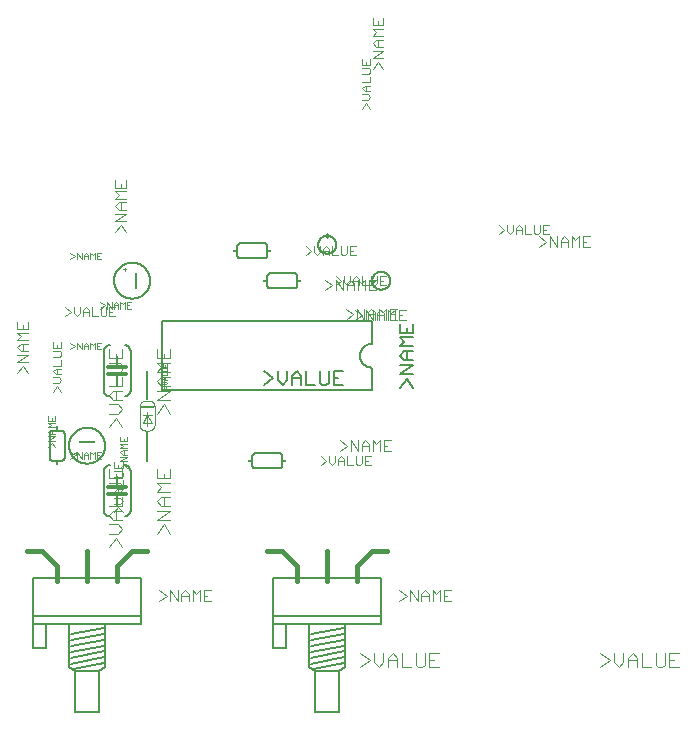
<source format=gto>
G75*
%MOIN*%
%OFA0B0*%
%FSLAX25Y25*%
%IPPOS*%
%LPD*%
%AMOC8*
5,1,8,0,0,1.08239X$1,22.5*
%
%ADD10C,0.00200*%
%ADD11C,0.00600*%
%ADD12C,0.01200*%
%ADD13C,0.00400*%
%ADD14C,0.00500*%
%ADD15R,0.00800X0.07200*%
%ADD16C,0.00300*%
%ADD17R,0.05000X0.01000*%
%ADD18R,0.01500X0.01000*%
%ADD19C,0.01000*%
%ADD20C,0.00800*%
%ADD21C,0.01600*%
%ADD22R,0.01000X0.01500*%
%ADD23R,0.05400X0.00900*%
%ADD24R,0.00900X0.05400*%
D10*
X0048836Y0082887D02*
X0049937Y0084355D01*
X0051038Y0082887D01*
X0051038Y0085097D02*
X0048836Y0085097D01*
X0051038Y0086565D01*
X0048836Y0086565D01*
X0049570Y0087307D02*
X0048836Y0088041D01*
X0049570Y0088775D01*
X0051038Y0088775D01*
X0051038Y0089517D02*
X0048836Y0089517D01*
X0049570Y0090251D01*
X0048836Y0090985D01*
X0051038Y0090985D01*
X0051038Y0091727D02*
X0051038Y0093195D01*
X0049937Y0092461D02*
X0049937Y0091727D01*
X0048836Y0091727D02*
X0051038Y0091727D01*
X0048836Y0091727D02*
X0048836Y0093195D01*
X0049937Y0088775D02*
X0049937Y0087307D01*
X0049570Y0087307D02*
X0051038Y0087307D01*
X0042509Y0088219D02*
X0041041Y0088219D01*
X0041041Y0086017D01*
X0042509Y0086017D01*
X0041775Y0087118D02*
X0041041Y0087118D01*
X0040299Y0088219D02*
X0039565Y0087485D01*
X0038832Y0088219D01*
X0038832Y0086017D01*
X0038090Y0086017D02*
X0038090Y0087485D01*
X0037356Y0088219D01*
X0036622Y0087485D01*
X0036622Y0086017D01*
X0035880Y0086017D02*
X0035880Y0088219D01*
X0036622Y0087118D02*
X0038090Y0087118D01*
X0040299Y0088219D02*
X0040299Y0086017D01*
X0035880Y0086017D02*
X0034412Y0088219D01*
X0034412Y0086017D01*
X0033670Y0087118D02*
X0032202Y0086017D01*
X0033670Y0087118D02*
X0032202Y0088219D01*
X0027058Y0089801D02*
X0025957Y0091269D01*
X0024856Y0089801D01*
X0024856Y0092011D02*
X0027058Y0093479D01*
X0024856Y0093479D01*
X0025590Y0094221D02*
X0024856Y0094955D01*
X0025590Y0095689D01*
X0027058Y0095689D01*
X0027058Y0096431D02*
X0024856Y0096431D01*
X0025590Y0097165D01*
X0024856Y0097899D01*
X0027058Y0097899D01*
X0027058Y0098641D02*
X0024856Y0098641D01*
X0024856Y0100109D01*
X0025957Y0099375D02*
X0025957Y0098641D01*
X0027058Y0098641D02*
X0027058Y0100109D01*
X0025957Y0095689D02*
X0025957Y0094221D01*
X0025590Y0094221D02*
X0027058Y0094221D01*
X0027058Y0092011D02*
X0024856Y0092011D01*
X0032202Y0122457D02*
X0033670Y0123558D01*
X0032202Y0124659D01*
X0034412Y0124659D02*
X0034412Y0122457D01*
X0035880Y0122457D02*
X0034412Y0124659D01*
X0035880Y0124659D02*
X0035880Y0122457D01*
X0036622Y0122457D02*
X0036622Y0123925D01*
X0037356Y0124659D01*
X0038090Y0123925D01*
X0038090Y0122457D01*
X0038832Y0122457D02*
X0038832Y0124659D01*
X0039565Y0123925D01*
X0040299Y0124659D01*
X0040299Y0122457D01*
X0041041Y0122457D02*
X0042509Y0122457D01*
X0041775Y0123558D02*
X0041041Y0123558D01*
X0041041Y0124659D02*
X0041041Y0122457D01*
X0041041Y0124659D02*
X0042509Y0124659D01*
X0038090Y0123558D02*
X0036622Y0123558D01*
X0042202Y0136017D02*
X0043670Y0137118D01*
X0042202Y0138219D01*
X0044412Y0138219D02*
X0044412Y0136017D01*
X0045880Y0136017D02*
X0044412Y0138219D01*
X0045880Y0138219D02*
X0045880Y0136017D01*
X0046622Y0136017D02*
X0046622Y0137485D01*
X0047356Y0138219D01*
X0048090Y0137485D01*
X0048090Y0136017D01*
X0048832Y0136017D02*
X0048832Y0138219D01*
X0049565Y0137485D01*
X0050299Y0138219D01*
X0050299Y0136017D01*
X0051041Y0136017D02*
X0052509Y0136017D01*
X0051775Y0137118D02*
X0051041Y0137118D01*
X0051041Y0138219D02*
X0051041Y0136017D01*
X0051041Y0138219D02*
X0052509Y0138219D01*
X0048090Y0137118D02*
X0046622Y0137118D01*
X0042509Y0152457D02*
X0041041Y0152457D01*
X0041041Y0154659D01*
X0042509Y0154659D01*
X0041775Y0153558D02*
X0041041Y0153558D01*
X0040299Y0154659D02*
X0040299Y0152457D01*
X0038832Y0152457D02*
X0038832Y0154659D01*
X0039565Y0153925D01*
X0040299Y0154659D01*
X0038090Y0153925D02*
X0038090Y0152457D01*
X0038090Y0153558D02*
X0036622Y0153558D01*
X0036622Y0153925D02*
X0036622Y0152457D01*
X0035880Y0152457D02*
X0035880Y0154659D01*
X0036622Y0153925D02*
X0037356Y0154659D01*
X0038090Y0153925D01*
X0035880Y0152457D02*
X0034412Y0154659D01*
X0034412Y0152457D01*
X0033670Y0153558D02*
X0032202Y0152457D01*
X0033670Y0153558D02*
X0032202Y0154659D01*
X0063112Y0117577D02*
X0063112Y0116643D01*
X0064513Y0116643D01*
X0064513Y0117577D01*
X0063812Y0117110D02*
X0063812Y0116643D01*
X0064279Y0116104D02*
X0063112Y0116104D01*
X0063112Y0115169D02*
X0064279Y0115169D01*
X0064513Y0115403D01*
X0064513Y0115870D01*
X0064279Y0116104D01*
X0064513Y0114630D02*
X0064513Y0113696D01*
X0063112Y0113696D01*
X0063579Y0113157D02*
X0063112Y0112690D01*
X0063579Y0112223D01*
X0064513Y0112223D01*
X0063812Y0112223D02*
X0063812Y0113157D01*
X0063579Y0113157D02*
X0064513Y0113157D01*
X0064046Y0111684D02*
X0063112Y0111684D01*
X0064046Y0111684D02*
X0064513Y0111217D01*
X0064046Y0110750D01*
X0063112Y0110750D01*
X0063812Y0110211D02*
X0063112Y0109276D01*
X0063812Y0110211D02*
X0064513Y0109276D01*
D11*
X0062738Y0108837D02*
X0062738Y0131837D01*
X0132738Y0131837D01*
X0132738Y0124337D01*
X0132612Y0124335D01*
X0132487Y0124329D01*
X0132362Y0124319D01*
X0132237Y0124305D01*
X0132112Y0124288D01*
X0131988Y0124266D01*
X0131865Y0124241D01*
X0131743Y0124211D01*
X0131622Y0124178D01*
X0131502Y0124141D01*
X0131383Y0124101D01*
X0131266Y0124056D01*
X0131149Y0124008D01*
X0131035Y0123956D01*
X0130922Y0123901D01*
X0130811Y0123842D01*
X0130702Y0123780D01*
X0130595Y0123714D01*
X0130490Y0123645D01*
X0130387Y0123573D01*
X0130286Y0123498D01*
X0130188Y0123419D01*
X0130093Y0123337D01*
X0130000Y0123253D01*
X0129910Y0123165D01*
X0129822Y0123075D01*
X0129738Y0122982D01*
X0129656Y0122887D01*
X0129577Y0122789D01*
X0129502Y0122688D01*
X0129430Y0122585D01*
X0129361Y0122480D01*
X0129295Y0122373D01*
X0129233Y0122264D01*
X0129174Y0122153D01*
X0129119Y0122040D01*
X0129067Y0121926D01*
X0129019Y0121809D01*
X0128974Y0121692D01*
X0128934Y0121573D01*
X0128897Y0121453D01*
X0128864Y0121332D01*
X0128834Y0121210D01*
X0128809Y0121087D01*
X0128787Y0120963D01*
X0128770Y0120838D01*
X0128756Y0120713D01*
X0128746Y0120588D01*
X0128740Y0120463D01*
X0128738Y0120337D01*
X0128740Y0120211D01*
X0128746Y0120086D01*
X0128756Y0119961D01*
X0128770Y0119836D01*
X0128787Y0119711D01*
X0128809Y0119587D01*
X0128834Y0119464D01*
X0128864Y0119342D01*
X0128897Y0119221D01*
X0128934Y0119101D01*
X0128974Y0118982D01*
X0129019Y0118865D01*
X0129067Y0118748D01*
X0129119Y0118634D01*
X0129174Y0118521D01*
X0129233Y0118410D01*
X0129295Y0118301D01*
X0129361Y0118194D01*
X0129430Y0118089D01*
X0129502Y0117986D01*
X0129577Y0117885D01*
X0129656Y0117787D01*
X0129738Y0117692D01*
X0129822Y0117599D01*
X0129910Y0117509D01*
X0130000Y0117421D01*
X0130093Y0117337D01*
X0130188Y0117255D01*
X0130286Y0117176D01*
X0130387Y0117101D01*
X0130490Y0117029D01*
X0130595Y0116960D01*
X0130702Y0116894D01*
X0130811Y0116832D01*
X0130922Y0116773D01*
X0131035Y0116718D01*
X0131149Y0116666D01*
X0131266Y0116618D01*
X0131383Y0116573D01*
X0131502Y0116533D01*
X0131622Y0116496D01*
X0131743Y0116463D01*
X0131865Y0116433D01*
X0131988Y0116408D01*
X0132112Y0116386D01*
X0132237Y0116369D01*
X0132362Y0116355D01*
X0132487Y0116345D01*
X0132612Y0116339D01*
X0132738Y0116337D01*
X0132738Y0108837D01*
X0062738Y0108837D01*
X0052238Y0108837D02*
X0052238Y0121837D01*
X0052236Y0121924D01*
X0052230Y0122011D01*
X0052221Y0122098D01*
X0052208Y0122184D01*
X0052191Y0122270D01*
X0052170Y0122355D01*
X0052145Y0122438D01*
X0052117Y0122521D01*
X0052086Y0122602D01*
X0052051Y0122682D01*
X0052012Y0122760D01*
X0051970Y0122837D01*
X0051925Y0122912D01*
X0051876Y0122984D01*
X0051825Y0123055D01*
X0051770Y0123123D01*
X0051713Y0123188D01*
X0051652Y0123251D01*
X0051589Y0123312D01*
X0051524Y0123369D01*
X0051456Y0123424D01*
X0051385Y0123475D01*
X0051313Y0123524D01*
X0051238Y0123569D01*
X0051161Y0123611D01*
X0051083Y0123650D01*
X0051003Y0123685D01*
X0050922Y0123716D01*
X0050839Y0123744D01*
X0050756Y0123769D01*
X0050671Y0123790D01*
X0050585Y0123807D01*
X0050499Y0123820D01*
X0050412Y0123829D01*
X0050325Y0123835D01*
X0050238Y0123837D01*
X0047738Y0120337D02*
X0047738Y0116537D01*
X0047738Y0114037D02*
X0047738Y0110337D01*
X0050238Y0106837D02*
X0050325Y0106839D01*
X0050412Y0106845D01*
X0050499Y0106854D01*
X0050585Y0106867D01*
X0050671Y0106884D01*
X0050756Y0106905D01*
X0050839Y0106930D01*
X0050922Y0106958D01*
X0051003Y0106989D01*
X0051083Y0107024D01*
X0051161Y0107063D01*
X0051238Y0107105D01*
X0051313Y0107150D01*
X0051385Y0107199D01*
X0051456Y0107250D01*
X0051524Y0107305D01*
X0051589Y0107362D01*
X0051652Y0107423D01*
X0051713Y0107486D01*
X0051770Y0107551D01*
X0051825Y0107619D01*
X0051876Y0107690D01*
X0051925Y0107762D01*
X0051970Y0107837D01*
X0052012Y0107914D01*
X0052051Y0107992D01*
X0052086Y0108072D01*
X0052117Y0108153D01*
X0052145Y0108236D01*
X0052170Y0108319D01*
X0052191Y0108404D01*
X0052208Y0108490D01*
X0052221Y0108576D01*
X0052230Y0108663D01*
X0052236Y0108750D01*
X0052238Y0108837D01*
X0045238Y0106837D02*
X0045151Y0106839D01*
X0045064Y0106845D01*
X0044977Y0106854D01*
X0044891Y0106867D01*
X0044805Y0106884D01*
X0044720Y0106905D01*
X0044637Y0106930D01*
X0044554Y0106958D01*
X0044473Y0106989D01*
X0044393Y0107024D01*
X0044315Y0107063D01*
X0044238Y0107105D01*
X0044163Y0107150D01*
X0044091Y0107199D01*
X0044020Y0107250D01*
X0043952Y0107305D01*
X0043887Y0107362D01*
X0043824Y0107423D01*
X0043763Y0107486D01*
X0043706Y0107551D01*
X0043651Y0107619D01*
X0043600Y0107690D01*
X0043551Y0107762D01*
X0043506Y0107837D01*
X0043464Y0107914D01*
X0043425Y0107992D01*
X0043390Y0108072D01*
X0043359Y0108153D01*
X0043331Y0108236D01*
X0043306Y0108319D01*
X0043285Y0108404D01*
X0043268Y0108490D01*
X0043255Y0108576D01*
X0043246Y0108663D01*
X0043240Y0108750D01*
X0043238Y0108837D01*
X0043238Y0121837D01*
X0043240Y0121924D01*
X0043246Y0122011D01*
X0043255Y0122098D01*
X0043268Y0122184D01*
X0043285Y0122270D01*
X0043306Y0122355D01*
X0043331Y0122438D01*
X0043359Y0122521D01*
X0043390Y0122602D01*
X0043425Y0122682D01*
X0043464Y0122760D01*
X0043506Y0122837D01*
X0043551Y0122912D01*
X0043600Y0122984D01*
X0043651Y0123055D01*
X0043706Y0123123D01*
X0043763Y0123188D01*
X0043824Y0123251D01*
X0043887Y0123312D01*
X0043952Y0123369D01*
X0044020Y0123424D01*
X0044091Y0123475D01*
X0044163Y0123524D01*
X0044238Y0123569D01*
X0044315Y0123611D01*
X0044393Y0123650D01*
X0044473Y0123685D01*
X0044554Y0123716D01*
X0044637Y0123744D01*
X0044720Y0123769D01*
X0044805Y0123790D01*
X0044891Y0123807D01*
X0044977Y0123820D01*
X0045064Y0123829D01*
X0045151Y0123835D01*
X0045238Y0123837D01*
X0029238Y0095337D02*
X0026238Y0095337D01*
X0026178Y0095335D01*
X0026117Y0095330D01*
X0026058Y0095321D01*
X0025999Y0095308D01*
X0025940Y0095292D01*
X0025883Y0095272D01*
X0025828Y0095249D01*
X0025773Y0095222D01*
X0025721Y0095193D01*
X0025670Y0095160D01*
X0025621Y0095124D01*
X0025575Y0095086D01*
X0025531Y0095044D01*
X0025489Y0095000D01*
X0025451Y0094954D01*
X0025415Y0094905D01*
X0025382Y0094854D01*
X0025353Y0094802D01*
X0025326Y0094747D01*
X0025303Y0094692D01*
X0025283Y0094635D01*
X0025267Y0094576D01*
X0025254Y0094517D01*
X0025245Y0094458D01*
X0025240Y0094397D01*
X0025238Y0094337D01*
X0025238Y0086337D01*
X0025240Y0086277D01*
X0025245Y0086216D01*
X0025254Y0086157D01*
X0025267Y0086098D01*
X0025283Y0086039D01*
X0025303Y0085982D01*
X0025326Y0085927D01*
X0025353Y0085872D01*
X0025382Y0085820D01*
X0025415Y0085769D01*
X0025451Y0085720D01*
X0025489Y0085674D01*
X0025531Y0085630D01*
X0025575Y0085588D01*
X0025621Y0085550D01*
X0025670Y0085514D01*
X0025721Y0085481D01*
X0025773Y0085452D01*
X0025828Y0085425D01*
X0025883Y0085402D01*
X0025940Y0085382D01*
X0025999Y0085366D01*
X0026058Y0085353D01*
X0026117Y0085344D01*
X0026178Y0085339D01*
X0026238Y0085337D01*
X0029238Y0085337D01*
X0029298Y0085339D01*
X0029359Y0085344D01*
X0029418Y0085353D01*
X0029477Y0085366D01*
X0029536Y0085382D01*
X0029593Y0085402D01*
X0029648Y0085425D01*
X0029703Y0085452D01*
X0029755Y0085481D01*
X0029806Y0085514D01*
X0029855Y0085550D01*
X0029901Y0085588D01*
X0029945Y0085630D01*
X0029987Y0085674D01*
X0030025Y0085720D01*
X0030061Y0085769D01*
X0030094Y0085820D01*
X0030123Y0085872D01*
X0030150Y0085927D01*
X0030173Y0085982D01*
X0030193Y0086039D01*
X0030209Y0086098D01*
X0030222Y0086157D01*
X0030231Y0086216D01*
X0030236Y0086277D01*
X0030238Y0086337D01*
X0030238Y0094337D01*
X0030236Y0094397D01*
X0030231Y0094458D01*
X0030222Y0094517D01*
X0030209Y0094576D01*
X0030193Y0094635D01*
X0030173Y0094692D01*
X0030150Y0094747D01*
X0030123Y0094802D01*
X0030094Y0094854D01*
X0030061Y0094905D01*
X0030025Y0094954D01*
X0029987Y0095000D01*
X0029945Y0095044D01*
X0029901Y0095086D01*
X0029855Y0095124D01*
X0029806Y0095160D01*
X0029755Y0095193D01*
X0029703Y0095222D01*
X0029648Y0095249D01*
X0029593Y0095272D01*
X0029536Y0095292D01*
X0029477Y0095308D01*
X0029418Y0095321D01*
X0029359Y0095330D01*
X0029298Y0095335D01*
X0029238Y0095337D01*
X0029298Y0095335D01*
X0029359Y0095330D01*
X0029418Y0095321D01*
X0029477Y0095308D01*
X0029536Y0095292D01*
X0029593Y0095272D01*
X0029648Y0095249D01*
X0029703Y0095222D01*
X0029755Y0095193D01*
X0029806Y0095160D01*
X0029855Y0095124D01*
X0029901Y0095086D01*
X0029945Y0095044D01*
X0029987Y0095000D01*
X0030025Y0094954D01*
X0030061Y0094905D01*
X0030094Y0094854D01*
X0030123Y0094802D01*
X0030150Y0094747D01*
X0030173Y0094692D01*
X0030193Y0094635D01*
X0030209Y0094576D01*
X0030222Y0094517D01*
X0030231Y0094458D01*
X0030236Y0094397D01*
X0030238Y0094337D01*
X0026238Y0095337D02*
X0026178Y0095335D01*
X0026117Y0095330D01*
X0026058Y0095321D01*
X0025999Y0095308D01*
X0025940Y0095292D01*
X0025883Y0095272D01*
X0025828Y0095249D01*
X0025773Y0095222D01*
X0025721Y0095193D01*
X0025670Y0095160D01*
X0025621Y0095124D01*
X0025575Y0095086D01*
X0025531Y0095044D01*
X0025489Y0095000D01*
X0025451Y0094954D01*
X0025415Y0094905D01*
X0025382Y0094854D01*
X0025353Y0094802D01*
X0025326Y0094747D01*
X0025303Y0094692D01*
X0025283Y0094635D01*
X0025267Y0094576D01*
X0025254Y0094517D01*
X0025245Y0094458D01*
X0025240Y0094397D01*
X0025238Y0094337D01*
X0025238Y0086337D02*
X0025240Y0086277D01*
X0025245Y0086216D01*
X0025254Y0086157D01*
X0025267Y0086098D01*
X0025283Y0086039D01*
X0025303Y0085982D01*
X0025326Y0085927D01*
X0025353Y0085872D01*
X0025382Y0085820D01*
X0025415Y0085769D01*
X0025451Y0085720D01*
X0025489Y0085674D01*
X0025531Y0085630D01*
X0025575Y0085588D01*
X0025621Y0085550D01*
X0025670Y0085514D01*
X0025721Y0085481D01*
X0025773Y0085452D01*
X0025828Y0085425D01*
X0025883Y0085402D01*
X0025940Y0085382D01*
X0025999Y0085366D01*
X0026058Y0085353D01*
X0026117Y0085344D01*
X0026178Y0085339D01*
X0026238Y0085337D01*
X0029238Y0085337D02*
X0029298Y0085339D01*
X0029359Y0085344D01*
X0029418Y0085353D01*
X0029477Y0085366D01*
X0029536Y0085382D01*
X0029593Y0085402D01*
X0029648Y0085425D01*
X0029703Y0085452D01*
X0029755Y0085481D01*
X0029806Y0085514D01*
X0029855Y0085550D01*
X0029901Y0085588D01*
X0029945Y0085630D01*
X0029987Y0085674D01*
X0030025Y0085720D01*
X0030061Y0085769D01*
X0030094Y0085820D01*
X0030123Y0085872D01*
X0030150Y0085927D01*
X0030173Y0085982D01*
X0030193Y0086039D01*
X0030209Y0086098D01*
X0030222Y0086157D01*
X0030231Y0086216D01*
X0030236Y0086277D01*
X0030238Y0086337D01*
X0043238Y0081837D02*
X0043238Y0068837D01*
X0043240Y0068750D01*
X0043246Y0068663D01*
X0043255Y0068576D01*
X0043268Y0068490D01*
X0043285Y0068404D01*
X0043306Y0068319D01*
X0043331Y0068236D01*
X0043359Y0068153D01*
X0043390Y0068072D01*
X0043425Y0067992D01*
X0043464Y0067914D01*
X0043506Y0067837D01*
X0043551Y0067762D01*
X0043600Y0067690D01*
X0043651Y0067619D01*
X0043706Y0067551D01*
X0043763Y0067486D01*
X0043824Y0067423D01*
X0043887Y0067362D01*
X0043952Y0067305D01*
X0044020Y0067250D01*
X0044091Y0067199D01*
X0044163Y0067150D01*
X0044238Y0067105D01*
X0044315Y0067063D01*
X0044393Y0067024D01*
X0044473Y0066989D01*
X0044554Y0066958D01*
X0044637Y0066930D01*
X0044720Y0066905D01*
X0044805Y0066884D01*
X0044891Y0066867D01*
X0044977Y0066854D01*
X0045064Y0066845D01*
X0045151Y0066839D01*
X0045238Y0066837D01*
X0047738Y0070337D02*
X0047738Y0074037D01*
X0047738Y0076537D02*
X0047738Y0080337D01*
X0050238Y0083837D02*
X0050325Y0083835D01*
X0050412Y0083829D01*
X0050499Y0083820D01*
X0050585Y0083807D01*
X0050671Y0083790D01*
X0050756Y0083769D01*
X0050839Y0083744D01*
X0050922Y0083716D01*
X0051003Y0083685D01*
X0051083Y0083650D01*
X0051161Y0083611D01*
X0051238Y0083569D01*
X0051313Y0083524D01*
X0051385Y0083475D01*
X0051456Y0083424D01*
X0051524Y0083369D01*
X0051589Y0083312D01*
X0051652Y0083251D01*
X0051713Y0083188D01*
X0051770Y0083123D01*
X0051825Y0083055D01*
X0051876Y0082984D01*
X0051925Y0082912D01*
X0051970Y0082837D01*
X0052012Y0082760D01*
X0052051Y0082682D01*
X0052086Y0082602D01*
X0052117Y0082521D01*
X0052145Y0082438D01*
X0052170Y0082355D01*
X0052191Y0082270D01*
X0052208Y0082184D01*
X0052221Y0082098D01*
X0052230Y0082011D01*
X0052236Y0081924D01*
X0052238Y0081837D01*
X0052238Y0068837D01*
X0052236Y0068750D01*
X0052230Y0068663D01*
X0052221Y0068576D01*
X0052208Y0068490D01*
X0052191Y0068404D01*
X0052170Y0068319D01*
X0052145Y0068236D01*
X0052117Y0068153D01*
X0052086Y0068072D01*
X0052051Y0067992D01*
X0052012Y0067914D01*
X0051970Y0067837D01*
X0051925Y0067762D01*
X0051876Y0067690D01*
X0051825Y0067619D01*
X0051770Y0067551D01*
X0051713Y0067486D01*
X0051652Y0067423D01*
X0051589Y0067362D01*
X0051524Y0067305D01*
X0051456Y0067250D01*
X0051385Y0067199D01*
X0051313Y0067150D01*
X0051238Y0067105D01*
X0051161Y0067063D01*
X0051083Y0067024D01*
X0051003Y0066989D01*
X0050922Y0066958D01*
X0050839Y0066930D01*
X0050756Y0066905D01*
X0050671Y0066884D01*
X0050585Y0066867D01*
X0050499Y0066854D01*
X0050412Y0066845D01*
X0050325Y0066839D01*
X0050238Y0066837D01*
X0043238Y0081837D02*
X0043240Y0081924D01*
X0043246Y0082011D01*
X0043255Y0082098D01*
X0043268Y0082184D01*
X0043285Y0082270D01*
X0043306Y0082355D01*
X0043331Y0082438D01*
X0043359Y0082521D01*
X0043390Y0082602D01*
X0043425Y0082682D01*
X0043464Y0082760D01*
X0043506Y0082837D01*
X0043551Y0082912D01*
X0043600Y0082984D01*
X0043651Y0083055D01*
X0043706Y0083123D01*
X0043763Y0083188D01*
X0043824Y0083251D01*
X0043887Y0083312D01*
X0043952Y0083369D01*
X0044020Y0083424D01*
X0044091Y0083475D01*
X0044163Y0083524D01*
X0044238Y0083569D01*
X0044315Y0083611D01*
X0044393Y0083650D01*
X0044473Y0083685D01*
X0044554Y0083716D01*
X0044637Y0083744D01*
X0044720Y0083769D01*
X0044805Y0083790D01*
X0044891Y0083807D01*
X0044977Y0083820D01*
X0045064Y0083829D01*
X0045151Y0083835D01*
X0045238Y0083837D01*
X0092738Y0083837D02*
X0092738Y0086837D01*
X0092740Y0086897D01*
X0092745Y0086958D01*
X0092754Y0087017D01*
X0092767Y0087076D01*
X0092783Y0087135D01*
X0092803Y0087192D01*
X0092826Y0087247D01*
X0092853Y0087302D01*
X0092882Y0087354D01*
X0092915Y0087405D01*
X0092951Y0087454D01*
X0092989Y0087500D01*
X0093031Y0087544D01*
X0093075Y0087586D01*
X0093121Y0087624D01*
X0093170Y0087660D01*
X0093221Y0087693D01*
X0093273Y0087722D01*
X0093328Y0087749D01*
X0093383Y0087772D01*
X0093440Y0087792D01*
X0093499Y0087808D01*
X0093558Y0087821D01*
X0093617Y0087830D01*
X0093678Y0087835D01*
X0093738Y0087837D01*
X0101738Y0087837D01*
X0101798Y0087835D01*
X0101859Y0087830D01*
X0101918Y0087821D01*
X0101977Y0087808D01*
X0102036Y0087792D01*
X0102093Y0087772D01*
X0102148Y0087749D01*
X0102203Y0087722D01*
X0102255Y0087693D01*
X0102306Y0087660D01*
X0102355Y0087624D01*
X0102401Y0087586D01*
X0102445Y0087544D01*
X0102487Y0087500D01*
X0102525Y0087454D01*
X0102561Y0087405D01*
X0102594Y0087354D01*
X0102623Y0087302D01*
X0102650Y0087247D01*
X0102673Y0087192D01*
X0102693Y0087135D01*
X0102709Y0087076D01*
X0102722Y0087017D01*
X0102731Y0086958D01*
X0102736Y0086897D01*
X0102738Y0086837D01*
X0102738Y0083837D01*
X0102736Y0083777D01*
X0102731Y0083716D01*
X0102722Y0083657D01*
X0102709Y0083598D01*
X0102693Y0083539D01*
X0102673Y0083482D01*
X0102650Y0083427D01*
X0102623Y0083372D01*
X0102594Y0083320D01*
X0102561Y0083269D01*
X0102525Y0083220D01*
X0102487Y0083174D01*
X0102445Y0083130D01*
X0102401Y0083088D01*
X0102355Y0083050D01*
X0102306Y0083014D01*
X0102255Y0082981D01*
X0102203Y0082952D01*
X0102148Y0082925D01*
X0102093Y0082902D01*
X0102036Y0082882D01*
X0101977Y0082866D01*
X0101918Y0082853D01*
X0101859Y0082844D01*
X0101798Y0082839D01*
X0101738Y0082837D01*
X0093738Y0082837D01*
X0093678Y0082839D01*
X0093617Y0082844D01*
X0093558Y0082853D01*
X0093499Y0082866D01*
X0093440Y0082882D01*
X0093383Y0082902D01*
X0093328Y0082925D01*
X0093273Y0082952D01*
X0093221Y0082981D01*
X0093170Y0083014D01*
X0093121Y0083050D01*
X0093075Y0083088D01*
X0093031Y0083130D01*
X0092989Y0083174D01*
X0092951Y0083220D01*
X0092915Y0083269D01*
X0092882Y0083320D01*
X0092853Y0083372D01*
X0092826Y0083427D01*
X0092803Y0083482D01*
X0092783Y0083539D01*
X0092767Y0083598D01*
X0092754Y0083657D01*
X0092745Y0083716D01*
X0092740Y0083777D01*
X0092738Y0083837D01*
X0092740Y0083777D01*
X0092745Y0083716D01*
X0092754Y0083657D01*
X0092767Y0083598D01*
X0092783Y0083539D01*
X0092803Y0083482D01*
X0092826Y0083427D01*
X0092853Y0083372D01*
X0092882Y0083320D01*
X0092915Y0083269D01*
X0092951Y0083220D01*
X0092989Y0083174D01*
X0093031Y0083130D01*
X0093075Y0083088D01*
X0093121Y0083050D01*
X0093170Y0083014D01*
X0093221Y0082981D01*
X0093273Y0082952D01*
X0093328Y0082925D01*
X0093383Y0082902D01*
X0093440Y0082882D01*
X0093499Y0082866D01*
X0093558Y0082853D01*
X0093617Y0082844D01*
X0093678Y0082839D01*
X0093738Y0082837D01*
X0092738Y0086837D02*
X0092740Y0086897D01*
X0092745Y0086958D01*
X0092754Y0087017D01*
X0092767Y0087076D01*
X0092783Y0087135D01*
X0092803Y0087192D01*
X0092826Y0087247D01*
X0092853Y0087302D01*
X0092882Y0087354D01*
X0092915Y0087405D01*
X0092951Y0087454D01*
X0092989Y0087500D01*
X0093031Y0087544D01*
X0093075Y0087586D01*
X0093121Y0087624D01*
X0093170Y0087660D01*
X0093221Y0087693D01*
X0093273Y0087722D01*
X0093328Y0087749D01*
X0093383Y0087772D01*
X0093440Y0087792D01*
X0093499Y0087808D01*
X0093558Y0087821D01*
X0093617Y0087830D01*
X0093678Y0087835D01*
X0093738Y0087837D01*
X0101738Y0087837D02*
X0101798Y0087835D01*
X0101859Y0087830D01*
X0101918Y0087821D01*
X0101977Y0087808D01*
X0102036Y0087792D01*
X0102093Y0087772D01*
X0102148Y0087749D01*
X0102203Y0087722D01*
X0102255Y0087693D01*
X0102306Y0087660D01*
X0102355Y0087624D01*
X0102401Y0087586D01*
X0102445Y0087544D01*
X0102487Y0087500D01*
X0102525Y0087454D01*
X0102561Y0087405D01*
X0102594Y0087354D01*
X0102623Y0087302D01*
X0102650Y0087247D01*
X0102673Y0087192D01*
X0102693Y0087135D01*
X0102709Y0087076D01*
X0102722Y0087017D01*
X0102731Y0086958D01*
X0102736Y0086897D01*
X0102738Y0086837D01*
X0102738Y0083837D02*
X0102736Y0083777D01*
X0102731Y0083716D01*
X0102722Y0083657D01*
X0102709Y0083598D01*
X0102693Y0083539D01*
X0102673Y0083482D01*
X0102650Y0083427D01*
X0102623Y0083372D01*
X0102594Y0083320D01*
X0102561Y0083269D01*
X0102525Y0083220D01*
X0102487Y0083174D01*
X0102445Y0083130D01*
X0102401Y0083088D01*
X0102355Y0083050D01*
X0102306Y0083014D01*
X0102255Y0082981D01*
X0102203Y0082952D01*
X0102148Y0082925D01*
X0102093Y0082902D01*
X0102036Y0082882D01*
X0101977Y0082866D01*
X0101918Y0082853D01*
X0101859Y0082844D01*
X0101798Y0082839D01*
X0101738Y0082837D01*
X0098738Y0142837D02*
X0106738Y0142837D01*
X0106798Y0142839D01*
X0106859Y0142844D01*
X0106918Y0142853D01*
X0106977Y0142866D01*
X0107036Y0142882D01*
X0107093Y0142902D01*
X0107148Y0142925D01*
X0107203Y0142952D01*
X0107255Y0142981D01*
X0107306Y0143014D01*
X0107355Y0143050D01*
X0107401Y0143088D01*
X0107445Y0143130D01*
X0107487Y0143174D01*
X0107525Y0143220D01*
X0107561Y0143269D01*
X0107594Y0143320D01*
X0107623Y0143372D01*
X0107650Y0143427D01*
X0107673Y0143482D01*
X0107693Y0143539D01*
X0107709Y0143598D01*
X0107722Y0143657D01*
X0107731Y0143716D01*
X0107736Y0143777D01*
X0107738Y0143837D01*
X0107738Y0146837D01*
X0107736Y0146897D01*
X0107731Y0146958D01*
X0107722Y0147017D01*
X0107709Y0147076D01*
X0107693Y0147135D01*
X0107673Y0147192D01*
X0107650Y0147247D01*
X0107623Y0147302D01*
X0107594Y0147354D01*
X0107561Y0147405D01*
X0107525Y0147454D01*
X0107487Y0147500D01*
X0107445Y0147544D01*
X0107401Y0147586D01*
X0107355Y0147624D01*
X0107306Y0147660D01*
X0107255Y0147693D01*
X0107203Y0147722D01*
X0107148Y0147749D01*
X0107093Y0147772D01*
X0107036Y0147792D01*
X0106977Y0147808D01*
X0106918Y0147821D01*
X0106859Y0147830D01*
X0106798Y0147835D01*
X0106738Y0147837D01*
X0098738Y0147837D01*
X0098678Y0147835D01*
X0098617Y0147830D01*
X0098558Y0147821D01*
X0098499Y0147808D01*
X0098440Y0147792D01*
X0098383Y0147772D01*
X0098328Y0147749D01*
X0098273Y0147722D01*
X0098221Y0147693D01*
X0098170Y0147660D01*
X0098121Y0147624D01*
X0098075Y0147586D01*
X0098031Y0147544D01*
X0097989Y0147500D01*
X0097951Y0147454D01*
X0097915Y0147405D01*
X0097882Y0147354D01*
X0097853Y0147302D01*
X0097826Y0147247D01*
X0097803Y0147192D01*
X0097783Y0147135D01*
X0097767Y0147076D01*
X0097754Y0147017D01*
X0097745Y0146958D01*
X0097740Y0146897D01*
X0097738Y0146837D01*
X0097738Y0143837D01*
X0097740Y0143777D01*
X0097745Y0143716D01*
X0097754Y0143657D01*
X0097767Y0143598D01*
X0097783Y0143539D01*
X0097803Y0143482D01*
X0097826Y0143427D01*
X0097853Y0143372D01*
X0097882Y0143320D01*
X0097915Y0143269D01*
X0097951Y0143220D01*
X0097989Y0143174D01*
X0098031Y0143130D01*
X0098075Y0143088D01*
X0098121Y0143050D01*
X0098170Y0143014D01*
X0098221Y0142981D01*
X0098273Y0142952D01*
X0098328Y0142925D01*
X0098383Y0142902D01*
X0098440Y0142882D01*
X0098499Y0142866D01*
X0098558Y0142853D01*
X0098617Y0142844D01*
X0098678Y0142839D01*
X0098738Y0142837D01*
X0098678Y0142839D01*
X0098617Y0142844D01*
X0098558Y0142853D01*
X0098499Y0142866D01*
X0098440Y0142882D01*
X0098383Y0142902D01*
X0098328Y0142925D01*
X0098273Y0142952D01*
X0098221Y0142981D01*
X0098170Y0143014D01*
X0098121Y0143050D01*
X0098075Y0143088D01*
X0098031Y0143130D01*
X0097989Y0143174D01*
X0097951Y0143220D01*
X0097915Y0143269D01*
X0097882Y0143320D01*
X0097853Y0143372D01*
X0097826Y0143427D01*
X0097803Y0143482D01*
X0097783Y0143539D01*
X0097767Y0143598D01*
X0097754Y0143657D01*
X0097745Y0143716D01*
X0097740Y0143777D01*
X0097738Y0143837D01*
X0097738Y0146837D02*
X0097740Y0146897D01*
X0097745Y0146958D01*
X0097754Y0147017D01*
X0097767Y0147076D01*
X0097783Y0147135D01*
X0097803Y0147192D01*
X0097826Y0147247D01*
X0097853Y0147302D01*
X0097882Y0147354D01*
X0097915Y0147405D01*
X0097951Y0147454D01*
X0097989Y0147500D01*
X0098031Y0147544D01*
X0098075Y0147586D01*
X0098121Y0147624D01*
X0098170Y0147660D01*
X0098221Y0147693D01*
X0098273Y0147722D01*
X0098328Y0147749D01*
X0098383Y0147772D01*
X0098440Y0147792D01*
X0098499Y0147808D01*
X0098558Y0147821D01*
X0098617Y0147830D01*
X0098678Y0147835D01*
X0098738Y0147837D01*
X0096738Y0152837D02*
X0088738Y0152837D01*
X0088678Y0152839D01*
X0088617Y0152844D01*
X0088558Y0152853D01*
X0088499Y0152866D01*
X0088440Y0152882D01*
X0088383Y0152902D01*
X0088328Y0152925D01*
X0088273Y0152952D01*
X0088221Y0152981D01*
X0088170Y0153014D01*
X0088121Y0153050D01*
X0088075Y0153088D01*
X0088031Y0153130D01*
X0087989Y0153174D01*
X0087951Y0153220D01*
X0087915Y0153269D01*
X0087882Y0153320D01*
X0087853Y0153372D01*
X0087826Y0153427D01*
X0087803Y0153482D01*
X0087783Y0153539D01*
X0087767Y0153598D01*
X0087754Y0153657D01*
X0087745Y0153716D01*
X0087740Y0153777D01*
X0087738Y0153837D01*
X0087738Y0156837D01*
X0087740Y0156897D01*
X0087745Y0156958D01*
X0087754Y0157017D01*
X0087767Y0157076D01*
X0087783Y0157135D01*
X0087803Y0157192D01*
X0087826Y0157247D01*
X0087853Y0157302D01*
X0087882Y0157354D01*
X0087915Y0157405D01*
X0087951Y0157454D01*
X0087989Y0157500D01*
X0088031Y0157544D01*
X0088075Y0157586D01*
X0088121Y0157624D01*
X0088170Y0157660D01*
X0088221Y0157693D01*
X0088273Y0157722D01*
X0088328Y0157749D01*
X0088383Y0157772D01*
X0088440Y0157792D01*
X0088499Y0157808D01*
X0088558Y0157821D01*
X0088617Y0157830D01*
X0088678Y0157835D01*
X0088738Y0157837D01*
X0096738Y0157837D01*
X0096798Y0157835D01*
X0096859Y0157830D01*
X0096918Y0157821D01*
X0096977Y0157808D01*
X0097036Y0157792D01*
X0097093Y0157772D01*
X0097148Y0157749D01*
X0097203Y0157722D01*
X0097255Y0157693D01*
X0097306Y0157660D01*
X0097355Y0157624D01*
X0097401Y0157586D01*
X0097445Y0157544D01*
X0097487Y0157500D01*
X0097525Y0157454D01*
X0097561Y0157405D01*
X0097594Y0157354D01*
X0097623Y0157302D01*
X0097650Y0157247D01*
X0097673Y0157192D01*
X0097693Y0157135D01*
X0097709Y0157076D01*
X0097722Y0157017D01*
X0097731Y0156958D01*
X0097736Y0156897D01*
X0097738Y0156837D01*
X0097738Y0153837D01*
X0097736Y0153777D01*
X0097731Y0153716D01*
X0097722Y0153657D01*
X0097709Y0153598D01*
X0097693Y0153539D01*
X0097673Y0153482D01*
X0097650Y0153427D01*
X0097623Y0153372D01*
X0097594Y0153320D01*
X0097561Y0153269D01*
X0097525Y0153220D01*
X0097487Y0153174D01*
X0097445Y0153130D01*
X0097401Y0153088D01*
X0097355Y0153050D01*
X0097306Y0153014D01*
X0097255Y0152981D01*
X0097203Y0152952D01*
X0097148Y0152925D01*
X0097093Y0152902D01*
X0097036Y0152882D01*
X0096977Y0152866D01*
X0096918Y0152853D01*
X0096859Y0152844D01*
X0096798Y0152839D01*
X0096738Y0152837D01*
X0096798Y0152839D01*
X0096859Y0152844D01*
X0096918Y0152853D01*
X0096977Y0152866D01*
X0097036Y0152882D01*
X0097093Y0152902D01*
X0097148Y0152925D01*
X0097203Y0152952D01*
X0097255Y0152981D01*
X0097306Y0153014D01*
X0097355Y0153050D01*
X0097401Y0153088D01*
X0097445Y0153130D01*
X0097487Y0153174D01*
X0097525Y0153220D01*
X0097561Y0153269D01*
X0097594Y0153320D01*
X0097623Y0153372D01*
X0097650Y0153427D01*
X0097673Y0153482D01*
X0097693Y0153539D01*
X0097709Y0153598D01*
X0097722Y0153657D01*
X0097731Y0153716D01*
X0097736Y0153777D01*
X0097738Y0153837D01*
X0097738Y0156837D02*
X0097736Y0156897D01*
X0097731Y0156958D01*
X0097722Y0157017D01*
X0097709Y0157076D01*
X0097693Y0157135D01*
X0097673Y0157192D01*
X0097650Y0157247D01*
X0097623Y0157302D01*
X0097594Y0157354D01*
X0097561Y0157405D01*
X0097525Y0157454D01*
X0097487Y0157500D01*
X0097445Y0157544D01*
X0097401Y0157586D01*
X0097355Y0157624D01*
X0097306Y0157660D01*
X0097255Y0157693D01*
X0097203Y0157722D01*
X0097148Y0157749D01*
X0097093Y0157772D01*
X0097036Y0157792D01*
X0096977Y0157808D01*
X0096918Y0157821D01*
X0096859Y0157830D01*
X0096798Y0157835D01*
X0096738Y0157837D01*
X0088738Y0157837D02*
X0088678Y0157835D01*
X0088617Y0157830D01*
X0088558Y0157821D01*
X0088499Y0157808D01*
X0088440Y0157792D01*
X0088383Y0157772D01*
X0088328Y0157749D01*
X0088273Y0157722D01*
X0088221Y0157693D01*
X0088170Y0157660D01*
X0088121Y0157624D01*
X0088075Y0157586D01*
X0088031Y0157544D01*
X0087989Y0157500D01*
X0087951Y0157454D01*
X0087915Y0157405D01*
X0087882Y0157354D01*
X0087853Y0157302D01*
X0087826Y0157247D01*
X0087803Y0157192D01*
X0087783Y0157135D01*
X0087767Y0157076D01*
X0087754Y0157017D01*
X0087745Y0156958D01*
X0087740Y0156897D01*
X0087738Y0156837D01*
X0087738Y0153837D02*
X0087740Y0153777D01*
X0087745Y0153716D01*
X0087754Y0153657D01*
X0087767Y0153598D01*
X0087783Y0153539D01*
X0087803Y0153482D01*
X0087826Y0153427D01*
X0087853Y0153372D01*
X0087882Y0153320D01*
X0087915Y0153269D01*
X0087951Y0153220D01*
X0087989Y0153174D01*
X0088031Y0153130D01*
X0088075Y0153088D01*
X0088121Y0153050D01*
X0088170Y0153014D01*
X0088221Y0152981D01*
X0088273Y0152952D01*
X0088328Y0152925D01*
X0088383Y0152902D01*
X0088440Y0152882D01*
X0088499Y0152866D01*
X0088558Y0152853D01*
X0088617Y0152844D01*
X0088678Y0152839D01*
X0088738Y0152837D01*
X0106738Y0147837D02*
X0106798Y0147835D01*
X0106859Y0147830D01*
X0106918Y0147821D01*
X0106977Y0147808D01*
X0107036Y0147792D01*
X0107093Y0147772D01*
X0107148Y0147749D01*
X0107203Y0147722D01*
X0107255Y0147693D01*
X0107306Y0147660D01*
X0107355Y0147624D01*
X0107401Y0147586D01*
X0107445Y0147544D01*
X0107487Y0147500D01*
X0107525Y0147454D01*
X0107561Y0147405D01*
X0107594Y0147354D01*
X0107623Y0147302D01*
X0107650Y0147247D01*
X0107673Y0147192D01*
X0107693Y0147135D01*
X0107709Y0147076D01*
X0107722Y0147017D01*
X0107731Y0146958D01*
X0107736Y0146897D01*
X0107738Y0146837D01*
X0107738Y0143837D02*
X0107736Y0143777D01*
X0107731Y0143716D01*
X0107722Y0143657D01*
X0107709Y0143598D01*
X0107693Y0143539D01*
X0107673Y0143482D01*
X0107650Y0143427D01*
X0107623Y0143372D01*
X0107594Y0143320D01*
X0107561Y0143269D01*
X0107525Y0143220D01*
X0107487Y0143174D01*
X0107445Y0143130D01*
X0107401Y0143088D01*
X0107355Y0143050D01*
X0107306Y0143014D01*
X0107255Y0142981D01*
X0107203Y0142952D01*
X0107148Y0142925D01*
X0107093Y0142902D01*
X0107036Y0142882D01*
X0106977Y0142866D01*
X0106918Y0142853D01*
X0106859Y0142844D01*
X0106798Y0142839D01*
X0106738Y0142837D01*
D12*
X0050738Y0116537D02*
X0047738Y0116537D01*
X0044738Y0116537D01*
X0044738Y0114037D02*
X0047738Y0114037D01*
X0050738Y0114037D01*
X0050738Y0076537D02*
X0047738Y0076537D01*
X0044738Y0076537D01*
X0044738Y0074037D02*
X0047738Y0074037D01*
X0050738Y0074037D01*
D13*
X0049538Y0073294D02*
X0049538Y0070225D01*
X0044934Y0070225D01*
X0046468Y0068690D02*
X0049538Y0068690D01*
X0049538Y0065621D02*
X0046468Y0065621D01*
X0044934Y0067156D01*
X0046468Y0068690D01*
X0047236Y0068690D02*
X0047236Y0065621D01*
X0048003Y0064086D02*
X0044934Y0064086D01*
X0044934Y0061017D02*
X0048003Y0061017D01*
X0049538Y0062552D01*
X0048003Y0064086D01*
X0047236Y0059482D02*
X0049538Y0056413D01*
X0047236Y0059482D02*
X0044934Y0056413D01*
X0060934Y0061017D02*
X0063236Y0064086D01*
X0065538Y0061017D01*
X0065538Y0065621D02*
X0060934Y0065621D01*
X0065538Y0068690D01*
X0060934Y0068690D01*
X0062468Y0070225D02*
X0060934Y0071760D01*
X0062468Y0073294D01*
X0065538Y0073294D01*
X0065538Y0074829D02*
X0060934Y0074829D01*
X0062468Y0076364D01*
X0060934Y0077898D01*
X0065538Y0077898D01*
X0065538Y0079433D02*
X0065538Y0082502D01*
X0063236Y0080967D02*
X0063236Y0079433D01*
X0060934Y0079433D02*
X0065538Y0079433D01*
X0060934Y0079433D02*
X0060934Y0082502D01*
X0063236Y0073294D02*
X0063236Y0070225D01*
X0062468Y0070225D02*
X0065538Y0070225D01*
X0049538Y0075596D02*
X0049538Y0077131D01*
X0048770Y0077898D01*
X0044934Y0077898D01*
X0044934Y0079433D02*
X0049538Y0079433D01*
X0049538Y0082502D01*
X0047236Y0080967D02*
X0047236Y0079433D01*
X0044934Y0079433D02*
X0044934Y0082502D01*
X0044934Y0074829D02*
X0048770Y0074829D01*
X0049538Y0075596D01*
X0057238Y0095337D02*
X0058238Y0095337D01*
X0058325Y0095339D01*
X0058412Y0095345D01*
X0058499Y0095354D01*
X0058585Y0095367D01*
X0058671Y0095384D01*
X0058756Y0095405D01*
X0058839Y0095430D01*
X0058922Y0095458D01*
X0059003Y0095489D01*
X0059083Y0095524D01*
X0059161Y0095563D01*
X0059238Y0095605D01*
X0059313Y0095650D01*
X0059385Y0095699D01*
X0059456Y0095750D01*
X0059524Y0095805D01*
X0059589Y0095862D01*
X0059652Y0095923D01*
X0059713Y0095986D01*
X0059770Y0096051D01*
X0059825Y0096119D01*
X0059876Y0096190D01*
X0059925Y0096262D01*
X0059970Y0096337D01*
X0060012Y0096414D01*
X0060051Y0096492D01*
X0060086Y0096572D01*
X0060117Y0096653D01*
X0060145Y0096736D01*
X0060170Y0096819D01*
X0060191Y0096904D01*
X0060208Y0096990D01*
X0060221Y0097076D01*
X0060230Y0097163D01*
X0060236Y0097250D01*
X0060238Y0097337D01*
X0060238Y0103337D01*
X0060236Y0103424D01*
X0060230Y0103511D01*
X0060221Y0103598D01*
X0060208Y0103684D01*
X0060191Y0103770D01*
X0060170Y0103855D01*
X0060145Y0103938D01*
X0060117Y0104021D01*
X0060086Y0104102D01*
X0060051Y0104182D01*
X0060012Y0104260D01*
X0059970Y0104337D01*
X0059925Y0104412D01*
X0059876Y0104484D01*
X0059825Y0104555D01*
X0059770Y0104623D01*
X0059713Y0104688D01*
X0059652Y0104751D01*
X0059589Y0104812D01*
X0059524Y0104869D01*
X0059456Y0104924D01*
X0059385Y0104975D01*
X0059313Y0105024D01*
X0059238Y0105069D01*
X0059161Y0105111D01*
X0059083Y0105150D01*
X0059003Y0105185D01*
X0058922Y0105216D01*
X0058839Y0105244D01*
X0058756Y0105269D01*
X0058671Y0105290D01*
X0058585Y0105307D01*
X0058499Y0105320D01*
X0058412Y0105329D01*
X0058325Y0105335D01*
X0058238Y0105337D01*
X0057238Y0105337D01*
X0057151Y0105335D01*
X0057064Y0105329D01*
X0056977Y0105320D01*
X0056891Y0105307D01*
X0056805Y0105290D01*
X0056720Y0105269D01*
X0056637Y0105244D01*
X0056554Y0105216D01*
X0056473Y0105185D01*
X0056393Y0105150D01*
X0056315Y0105111D01*
X0056238Y0105069D01*
X0056163Y0105024D01*
X0056091Y0104975D01*
X0056020Y0104924D01*
X0055952Y0104869D01*
X0055887Y0104812D01*
X0055824Y0104751D01*
X0055763Y0104688D01*
X0055706Y0104623D01*
X0055651Y0104555D01*
X0055600Y0104484D01*
X0055551Y0104412D01*
X0055506Y0104337D01*
X0055464Y0104260D01*
X0055425Y0104182D01*
X0055390Y0104102D01*
X0055359Y0104021D01*
X0055331Y0103938D01*
X0055306Y0103855D01*
X0055285Y0103770D01*
X0055268Y0103684D01*
X0055255Y0103598D01*
X0055246Y0103511D01*
X0055240Y0103424D01*
X0055238Y0103337D01*
X0055238Y0097337D01*
X0055240Y0097250D01*
X0055246Y0097163D01*
X0055255Y0097076D01*
X0055268Y0096990D01*
X0055285Y0096904D01*
X0055306Y0096819D01*
X0055331Y0096736D01*
X0055359Y0096653D01*
X0055390Y0096572D01*
X0055425Y0096492D01*
X0055464Y0096414D01*
X0055506Y0096337D01*
X0055551Y0096262D01*
X0055600Y0096190D01*
X0055651Y0096119D01*
X0055706Y0096051D01*
X0055763Y0095986D01*
X0055824Y0095923D01*
X0055887Y0095862D01*
X0055952Y0095805D01*
X0056020Y0095750D01*
X0056091Y0095699D01*
X0056163Y0095650D01*
X0056238Y0095605D01*
X0056315Y0095563D01*
X0056393Y0095524D01*
X0056473Y0095489D01*
X0056554Y0095458D01*
X0056637Y0095430D01*
X0056720Y0095405D01*
X0056805Y0095384D01*
X0056891Y0095367D01*
X0056977Y0095354D01*
X0057064Y0095345D01*
X0057151Y0095339D01*
X0057238Y0095337D01*
X0060934Y0101017D02*
X0063236Y0104086D01*
X0065538Y0101017D01*
X0065538Y0105621D02*
X0060934Y0105621D01*
X0065538Y0108690D01*
X0060934Y0108690D01*
X0062468Y0110225D02*
X0060934Y0111760D01*
X0062468Y0113294D01*
X0065538Y0113294D01*
X0065538Y0114829D02*
X0060934Y0114829D01*
X0062468Y0116364D01*
X0060934Y0117898D01*
X0065538Y0117898D01*
X0065538Y0119433D02*
X0065538Y0122502D01*
X0065538Y0119433D02*
X0060934Y0119433D01*
X0060934Y0122502D01*
X0063236Y0120967D02*
X0063236Y0119433D01*
X0063236Y0113294D02*
X0063236Y0110225D01*
X0062468Y0110225D02*
X0065538Y0110225D01*
X0049538Y0110225D02*
X0049538Y0113294D01*
X0048770Y0114829D02*
X0049538Y0115596D01*
X0049538Y0117131D01*
X0048770Y0117898D01*
X0044934Y0117898D01*
X0044934Y0119433D02*
X0049538Y0119433D01*
X0049538Y0122502D01*
X0047236Y0120967D02*
X0047236Y0119433D01*
X0044934Y0119433D02*
X0044934Y0122502D01*
X0044934Y0114829D02*
X0048770Y0114829D01*
X0049538Y0110225D02*
X0044934Y0110225D01*
X0046468Y0108690D02*
X0044934Y0107156D01*
X0046468Y0105621D01*
X0049538Y0105621D01*
X0048003Y0104086D02*
X0044934Y0104086D01*
X0047236Y0105621D02*
X0047236Y0108690D01*
X0046468Y0108690D02*
X0049538Y0108690D01*
X0048003Y0104086D02*
X0049538Y0102552D01*
X0048003Y0101017D01*
X0044934Y0101017D01*
X0047236Y0099482D02*
X0049538Y0096413D01*
X0047236Y0099482D02*
X0044934Y0096413D01*
X0018038Y0114477D02*
X0016236Y0116879D01*
X0014435Y0114477D01*
X0014435Y0118161D02*
X0018038Y0120563D01*
X0014435Y0120563D01*
X0015636Y0121844D02*
X0014435Y0123045D01*
X0015636Y0124246D01*
X0018038Y0124246D01*
X0018038Y0125527D02*
X0014435Y0125527D01*
X0015636Y0126728D01*
X0014435Y0127929D01*
X0018038Y0127929D01*
X0018038Y0129210D02*
X0018038Y0131612D01*
X0016236Y0130411D02*
X0016236Y0129210D01*
X0014435Y0129210D02*
X0014435Y0131612D01*
X0014435Y0129210D02*
X0018038Y0129210D01*
X0016236Y0124246D02*
X0016236Y0121844D01*
X0015636Y0121844D02*
X0018038Y0121844D01*
X0018038Y0118161D02*
X0014435Y0118161D01*
X0116878Y0142037D02*
X0119280Y0143839D01*
X0116878Y0145640D01*
X0120561Y0145640D02*
X0122963Y0142037D01*
X0122963Y0145640D01*
X0124244Y0144439D02*
X0125445Y0145640D01*
X0126646Y0144439D01*
X0126646Y0142037D01*
X0127928Y0142037D02*
X0127928Y0145640D01*
X0129129Y0144439D01*
X0130330Y0145640D01*
X0130330Y0142037D01*
X0131611Y0142037D02*
X0134013Y0142037D01*
X0132812Y0143839D02*
X0131611Y0143839D01*
X0131611Y0145640D02*
X0131611Y0142037D01*
X0131611Y0145640D02*
X0134013Y0145640D01*
X0126646Y0143839D02*
X0124244Y0143839D01*
X0124244Y0144439D02*
X0124244Y0142037D01*
X0120561Y0142037D02*
X0120561Y0145640D01*
X0126878Y0135640D02*
X0129280Y0133839D01*
X0126878Y0132037D01*
X0130561Y0132037D02*
X0130561Y0135640D01*
X0132963Y0132037D01*
X0132963Y0135640D01*
X0134244Y0134439D02*
X0135445Y0135640D01*
X0136646Y0134439D01*
X0136646Y0132037D01*
X0137928Y0132037D02*
X0137928Y0135640D01*
X0139129Y0134439D01*
X0140330Y0135640D01*
X0140330Y0132037D01*
X0141611Y0132037D02*
X0144013Y0132037D01*
X0142812Y0133839D02*
X0141611Y0133839D01*
X0141611Y0135640D02*
X0141611Y0132037D01*
X0141611Y0135640D02*
X0144013Y0135640D01*
X0136646Y0133839D02*
X0134244Y0133839D01*
X0134244Y0134439D02*
X0134244Y0132037D01*
X0135330Y0092140D02*
X0134129Y0090939D01*
X0132928Y0092140D01*
X0132928Y0088537D01*
X0131646Y0088537D02*
X0131646Y0090939D01*
X0130445Y0092140D01*
X0129244Y0090939D01*
X0129244Y0088537D01*
X0127963Y0088537D02*
X0127963Y0092140D01*
X0129244Y0090339D02*
X0131646Y0090339D01*
X0127963Y0088537D02*
X0125561Y0092140D01*
X0125561Y0088537D01*
X0124280Y0090339D02*
X0121878Y0088537D01*
X0124280Y0090339D02*
X0121878Y0092140D01*
X0135330Y0092140D02*
X0135330Y0088537D01*
X0136611Y0088537D02*
X0136611Y0092140D01*
X0139013Y0092140D01*
X0137812Y0090339D02*
X0136611Y0090339D01*
X0136611Y0088537D02*
X0139013Y0088537D01*
X0139551Y0021141D02*
X0141086Y0019606D01*
X0141086Y0016537D01*
X0142620Y0016537D02*
X0145689Y0016537D01*
X0147224Y0017304D02*
X0147991Y0016537D01*
X0149526Y0016537D01*
X0150293Y0017304D01*
X0150293Y0021141D01*
X0151828Y0021141D02*
X0151828Y0016537D01*
X0154897Y0016537D01*
X0153363Y0018839D02*
X0151828Y0018839D01*
X0151828Y0021141D02*
X0154897Y0021141D01*
X0147224Y0021141D02*
X0147224Y0017304D01*
X0142620Y0016537D02*
X0142620Y0021141D01*
X0141086Y0018839D02*
X0138016Y0018839D01*
X0138016Y0019606D02*
X0139551Y0021141D01*
X0138016Y0019606D02*
X0138016Y0016537D01*
X0136482Y0018072D02*
X0136482Y0021141D01*
X0133412Y0021141D02*
X0133412Y0018072D01*
X0134947Y0016537D01*
X0136482Y0018072D01*
X0131878Y0018839D02*
X0128808Y0016537D01*
X0131878Y0018839D02*
X0128808Y0021141D01*
X0208808Y0021141D02*
X0211878Y0018839D01*
X0208808Y0016537D01*
X0213412Y0018072D02*
X0214947Y0016537D01*
X0216482Y0018072D01*
X0216482Y0021141D01*
X0218016Y0019606D02*
X0219551Y0021141D01*
X0221086Y0019606D01*
X0221086Y0016537D01*
X0222620Y0016537D02*
X0225689Y0016537D01*
X0227224Y0017304D02*
X0227991Y0016537D01*
X0229526Y0016537D01*
X0230293Y0017304D01*
X0230293Y0021141D01*
X0231828Y0021141D02*
X0231828Y0016537D01*
X0234897Y0016537D01*
X0233363Y0018839D02*
X0231828Y0018839D01*
X0231828Y0021141D02*
X0234897Y0021141D01*
X0227224Y0021141D02*
X0227224Y0017304D01*
X0222620Y0016537D02*
X0222620Y0021141D01*
X0221086Y0018839D02*
X0218016Y0018839D01*
X0218016Y0019606D02*
X0218016Y0016537D01*
X0213412Y0018072D02*
X0213412Y0021141D01*
X0205369Y0156537D02*
X0202967Y0156537D01*
X0202967Y0160140D01*
X0205369Y0160140D01*
X0204168Y0158339D02*
X0202967Y0158339D01*
X0201686Y0160140D02*
X0200485Y0158939D01*
X0199284Y0160140D01*
X0199284Y0156537D01*
X0198003Y0156537D02*
X0198003Y0158939D01*
X0196802Y0160140D01*
X0195601Y0158939D01*
X0195601Y0156537D01*
X0194320Y0156537D02*
X0194320Y0160140D01*
X0195601Y0158339D02*
X0198003Y0158339D01*
X0201686Y0160140D02*
X0201686Y0156537D01*
X0194320Y0156537D02*
X0191918Y0160140D01*
X0191918Y0156537D01*
X0190636Y0158339D02*
X0188234Y0156537D01*
X0190636Y0158339D02*
X0188234Y0160140D01*
X0136538Y0215834D02*
X0134736Y0218236D01*
X0132935Y0215834D01*
X0132935Y0219517D02*
X0136538Y0221919D01*
X0132935Y0221919D01*
X0134136Y0223200D02*
X0132935Y0224401D01*
X0134136Y0225602D01*
X0136538Y0225602D01*
X0136538Y0226883D02*
X0132935Y0226883D01*
X0134136Y0228084D01*
X0132935Y0229285D01*
X0136538Y0229285D01*
X0136538Y0230566D02*
X0136538Y0232968D01*
X0134736Y0231767D02*
X0134736Y0230566D01*
X0132935Y0230566D02*
X0136538Y0230566D01*
X0134736Y0225602D02*
X0134736Y0223200D01*
X0134136Y0223200D02*
X0136538Y0223200D01*
X0136538Y0219517D02*
X0132935Y0219517D01*
X0132935Y0230566D02*
X0132935Y0232968D01*
D14*
X0114738Y0157337D02*
X0114740Y0157446D01*
X0114746Y0157555D01*
X0114756Y0157663D01*
X0114770Y0157771D01*
X0114787Y0157879D01*
X0114809Y0157986D01*
X0114834Y0158092D01*
X0114864Y0158196D01*
X0114897Y0158300D01*
X0114934Y0158403D01*
X0114974Y0158504D01*
X0115018Y0158603D01*
X0115066Y0158701D01*
X0115118Y0158798D01*
X0115172Y0158892D01*
X0115230Y0158984D01*
X0115292Y0159074D01*
X0115357Y0159161D01*
X0115424Y0159247D01*
X0115495Y0159330D01*
X0115569Y0159410D01*
X0115646Y0159487D01*
X0115725Y0159562D01*
X0115807Y0159633D01*
X0115892Y0159702D01*
X0115979Y0159767D01*
X0116068Y0159830D01*
X0116160Y0159888D01*
X0116254Y0159944D01*
X0116349Y0159996D01*
X0116447Y0160045D01*
X0116546Y0160090D01*
X0116647Y0160132D01*
X0116749Y0160169D01*
X0116852Y0160203D01*
X0116957Y0160234D01*
X0117063Y0160260D01*
X0117169Y0160283D01*
X0117277Y0160301D01*
X0117385Y0160316D01*
X0117493Y0160327D01*
X0117602Y0160334D01*
X0117711Y0160337D01*
X0117820Y0160336D01*
X0117929Y0160331D01*
X0118037Y0160322D01*
X0118145Y0160309D01*
X0118253Y0160292D01*
X0118360Y0160272D01*
X0118466Y0160247D01*
X0118571Y0160219D01*
X0118675Y0160187D01*
X0118778Y0160151D01*
X0118880Y0160111D01*
X0118980Y0160068D01*
X0119078Y0160021D01*
X0119175Y0159971D01*
X0119269Y0159917D01*
X0119362Y0159859D01*
X0119453Y0159799D01*
X0119541Y0159735D01*
X0119627Y0159668D01*
X0119710Y0159598D01*
X0119791Y0159525D01*
X0119869Y0159449D01*
X0119944Y0159370D01*
X0120017Y0159288D01*
X0120086Y0159204D01*
X0120152Y0159118D01*
X0120215Y0159029D01*
X0120275Y0158938D01*
X0120332Y0158845D01*
X0120385Y0158750D01*
X0120434Y0158653D01*
X0120480Y0158554D01*
X0120522Y0158454D01*
X0120561Y0158352D01*
X0120596Y0158248D01*
X0120627Y0158144D01*
X0120655Y0158039D01*
X0120678Y0157932D01*
X0120698Y0157825D01*
X0120714Y0157717D01*
X0120726Y0157609D01*
X0120734Y0157500D01*
X0120738Y0157391D01*
X0120738Y0157283D01*
X0120734Y0157174D01*
X0120726Y0157065D01*
X0120714Y0156957D01*
X0120698Y0156849D01*
X0120678Y0156742D01*
X0120655Y0156635D01*
X0120627Y0156530D01*
X0120596Y0156426D01*
X0120561Y0156322D01*
X0120522Y0156220D01*
X0120480Y0156120D01*
X0120434Y0156021D01*
X0120385Y0155924D01*
X0120332Y0155829D01*
X0120275Y0155736D01*
X0120215Y0155645D01*
X0120152Y0155556D01*
X0120086Y0155470D01*
X0120017Y0155386D01*
X0119944Y0155304D01*
X0119869Y0155225D01*
X0119791Y0155149D01*
X0119710Y0155076D01*
X0119627Y0155006D01*
X0119541Y0154939D01*
X0119453Y0154875D01*
X0119362Y0154815D01*
X0119269Y0154757D01*
X0119175Y0154703D01*
X0119078Y0154653D01*
X0118980Y0154606D01*
X0118880Y0154563D01*
X0118778Y0154523D01*
X0118675Y0154487D01*
X0118571Y0154455D01*
X0118466Y0154427D01*
X0118360Y0154402D01*
X0118253Y0154382D01*
X0118145Y0154365D01*
X0118037Y0154352D01*
X0117929Y0154343D01*
X0117820Y0154338D01*
X0117711Y0154337D01*
X0117602Y0154340D01*
X0117493Y0154347D01*
X0117385Y0154358D01*
X0117277Y0154373D01*
X0117169Y0154391D01*
X0117063Y0154414D01*
X0116957Y0154440D01*
X0116852Y0154471D01*
X0116749Y0154505D01*
X0116647Y0154542D01*
X0116546Y0154584D01*
X0116447Y0154629D01*
X0116349Y0154678D01*
X0116254Y0154730D01*
X0116160Y0154786D01*
X0116068Y0154844D01*
X0115979Y0154907D01*
X0115892Y0154972D01*
X0115807Y0155041D01*
X0115725Y0155112D01*
X0115646Y0155187D01*
X0115569Y0155264D01*
X0115495Y0155344D01*
X0115424Y0155427D01*
X0115357Y0155513D01*
X0115292Y0155600D01*
X0115230Y0155690D01*
X0115172Y0155782D01*
X0115118Y0155876D01*
X0115066Y0155973D01*
X0115018Y0156071D01*
X0114974Y0156170D01*
X0114934Y0156271D01*
X0114897Y0156374D01*
X0114864Y0156478D01*
X0114834Y0156582D01*
X0114809Y0156688D01*
X0114787Y0156795D01*
X0114770Y0156903D01*
X0114756Y0157011D01*
X0114746Y0157119D01*
X0114740Y0157228D01*
X0114738Y0157337D01*
X0132738Y0145337D02*
X0132740Y0145446D01*
X0132746Y0145555D01*
X0132756Y0145663D01*
X0132770Y0145771D01*
X0132787Y0145879D01*
X0132809Y0145986D01*
X0132834Y0146092D01*
X0132864Y0146196D01*
X0132897Y0146300D01*
X0132934Y0146403D01*
X0132974Y0146504D01*
X0133018Y0146603D01*
X0133066Y0146701D01*
X0133118Y0146798D01*
X0133172Y0146892D01*
X0133230Y0146984D01*
X0133292Y0147074D01*
X0133357Y0147161D01*
X0133424Y0147247D01*
X0133495Y0147330D01*
X0133569Y0147410D01*
X0133646Y0147487D01*
X0133725Y0147562D01*
X0133807Y0147633D01*
X0133892Y0147702D01*
X0133979Y0147767D01*
X0134068Y0147830D01*
X0134160Y0147888D01*
X0134254Y0147944D01*
X0134349Y0147996D01*
X0134447Y0148045D01*
X0134546Y0148090D01*
X0134647Y0148132D01*
X0134749Y0148169D01*
X0134852Y0148203D01*
X0134957Y0148234D01*
X0135063Y0148260D01*
X0135169Y0148283D01*
X0135277Y0148301D01*
X0135385Y0148316D01*
X0135493Y0148327D01*
X0135602Y0148334D01*
X0135711Y0148337D01*
X0135820Y0148336D01*
X0135929Y0148331D01*
X0136037Y0148322D01*
X0136145Y0148309D01*
X0136253Y0148292D01*
X0136360Y0148272D01*
X0136466Y0148247D01*
X0136571Y0148219D01*
X0136675Y0148187D01*
X0136778Y0148151D01*
X0136880Y0148111D01*
X0136980Y0148068D01*
X0137078Y0148021D01*
X0137175Y0147971D01*
X0137269Y0147917D01*
X0137362Y0147859D01*
X0137453Y0147799D01*
X0137541Y0147735D01*
X0137627Y0147668D01*
X0137710Y0147598D01*
X0137791Y0147525D01*
X0137869Y0147449D01*
X0137944Y0147370D01*
X0138017Y0147288D01*
X0138086Y0147204D01*
X0138152Y0147118D01*
X0138215Y0147029D01*
X0138275Y0146938D01*
X0138332Y0146845D01*
X0138385Y0146750D01*
X0138434Y0146653D01*
X0138480Y0146554D01*
X0138522Y0146454D01*
X0138561Y0146352D01*
X0138596Y0146248D01*
X0138627Y0146144D01*
X0138655Y0146039D01*
X0138678Y0145932D01*
X0138698Y0145825D01*
X0138714Y0145717D01*
X0138726Y0145609D01*
X0138734Y0145500D01*
X0138738Y0145391D01*
X0138738Y0145283D01*
X0138734Y0145174D01*
X0138726Y0145065D01*
X0138714Y0144957D01*
X0138698Y0144849D01*
X0138678Y0144742D01*
X0138655Y0144635D01*
X0138627Y0144530D01*
X0138596Y0144426D01*
X0138561Y0144322D01*
X0138522Y0144220D01*
X0138480Y0144120D01*
X0138434Y0144021D01*
X0138385Y0143924D01*
X0138332Y0143829D01*
X0138275Y0143736D01*
X0138215Y0143645D01*
X0138152Y0143556D01*
X0138086Y0143470D01*
X0138017Y0143386D01*
X0137944Y0143304D01*
X0137869Y0143225D01*
X0137791Y0143149D01*
X0137710Y0143076D01*
X0137627Y0143006D01*
X0137541Y0142939D01*
X0137453Y0142875D01*
X0137362Y0142815D01*
X0137269Y0142757D01*
X0137175Y0142703D01*
X0137078Y0142653D01*
X0136980Y0142606D01*
X0136880Y0142563D01*
X0136778Y0142523D01*
X0136675Y0142487D01*
X0136571Y0142455D01*
X0136466Y0142427D01*
X0136360Y0142402D01*
X0136253Y0142382D01*
X0136145Y0142365D01*
X0136037Y0142352D01*
X0135929Y0142343D01*
X0135820Y0142338D01*
X0135711Y0142337D01*
X0135602Y0142340D01*
X0135493Y0142347D01*
X0135385Y0142358D01*
X0135277Y0142373D01*
X0135169Y0142391D01*
X0135063Y0142414D01*
X0134957Y0142440D01*
X0134852Y0142471D01*
X0134749Y0142505D01*
X0134647Y0142542D01*
X0134546Y0142584D01*
X0134447Y0142629D01*
X0134349Y0142678D01*
X0134254Y0142730D01*
X0134160Y0142786D01*
X0134068Y0142844D01*
X0133979Y0142907D01*
X0133892Y0142972D01*
X0133807Y0143041D01*
X0133725Y0143112D01*
X0133646Y0143187D01*
X0133569Y0143264D01*
X0133495Y0143344D01*
X0133424Y0143427D01*
X0133357Y0143513D01*
X0133292Y0143600D01*
X0133230Y0143690D01*
X0133172Y0143782D01*
X0133118Y0143876D01*
X0133066Y0143973D01*
X0133018Y0144071D01*
X0132974Y0144170D01*
X0132934Y0144271D01*
X0132897Y0144374D01*
X0132864Y0144478D01*
X0132834Y0144582D01*
X0132809Y0144688D01*
X0132787Y0144795D01*
X0132770Y0144903D01*
X0132756Y0145011D01*
X0132746Y0145119D01*
X0132740Y0145228D01*
X0132738Y0145337D01*
X0141984Y0130985D02*
X0141984Y0127983D01*
X0146488Y0127983D01*
X0146488Y0130985D01*
X0144236Y0129484D02*
X0144236Y0127983D01*
X0141984Y0126381D02*
X0146488Y0126381D01*
X0146488Y0123379D02*
X0141984Y0123379D01*
X0143485Y0124880D01*
X0141984Y0126381D01*
X0143485Y0121778D02*
X0146488Y0121778D01*
X0144236Y0121778D02*
X0144236Y0118775D01*
X0143485Y0118775D02*
X0141984Y0120276D01*
X0143485Y0121778D01*
X0143485Y0118775D02*
X0146488Y0118775D01*
X0146488Y0117174D02*
X0141984Y0117174D01*
X0141984Y0114171D02*
X0146488Y0117174D01*
X0146488Y0114171D02*
X0141984Y0114171D01*
X0144236Y0112570D02*
X0146488Y0109567D01*
X0144236Y0112570D02*
X0141984Y0109567D01*
X0122886Y0110587D02*
X0119884Y0110587D01*
X0119884Y0115091D01*
X0122886Y0115091D01*
X0121385Y0112839D02*
X0119884Y0112839D01*
X0118282Y0111338D02*
X0118282Y0115091D01*
X0115280Y0115091D02*
X0115280Y0111338D01*
X0116030Y0110587D01*
X0117532Y0110587D01*
X0118282Y0111338D01*
X0113678Y0110587D02*
X0110676Y0110587D01*
X0110676Y0115091D01*
X0109074Y0113590D02*
X0109074Y0110587D01*
X0109074Y0112839D02*
X0106072Y0112839D01*
X0106072Y0113590D02*
X0107573Y0115091D01*
X0109074Y0113590D01*
X0106072Y0113590D02*
X0106072Y0110587D01*
X0104470Y0112088D02*
X0104470Y0115091D01*
X0101468Y0115091D02*
X0101468Y0112088D01*
X0102969Y0110587D01*
X0104470Y0112088D01*
X0099867Y0112839D02*
X0096864Y0110587D01*
X0099867Y0112839D02*
X0096864Y0115091D01*
X0057738Y0115337D02*
X0057738Y0112837D01*
X0031738Y0090337D02*
X0031740Y0090491D01*
X0031746Y0090646D01*
X0031756Y0090800D01*
X0031770Y0090954D01*
X0031788Y0091107D01*
X0031809Y0091260D01*
X0031835Y0091413D01*
X0031865Y0091564D01*
X0031898Y0091715D01*
X0031936Y0091865D01*
X0031977Y0092014D01*
X0032022Y0092162D01*
X0032071Y0092308D01*
X0032124Y0092454D01*
X0032180Y0092597D01*
X0032240Y0092740D01*
X0032304Y0092880D01*
X0032371Y0093020D01*
X0032442Y0093157D01*
X0032516Y0093292D01*
X0032594Y0093426D01*
X0032675Y0093557D01*
X0032760Y0093686D01*
X0032848Y0093814D01*
X0032939Y0093938D01*
X0033033Y0094061D01*
X0033131Y0094181D01*
X0033231Y0094298D01*
X0033335Y0094413D01*
X0033441Y0094525D01*
X0033550Y0094634D01*
X0033662Y0094740D01*
X0033777Y0094844D01*
X0033894Y0094944D01*
X0034014Y0095042D01*
X0034137Y0095136D01*
X0034261Y0095227D01*
X0034389Y0095315D01*
X0034518Y0095400D01*
X0034649Y0095481D01*
X0034783Y0095559D01*
X0034918Y0095633D01*
X0035055Y0095704D01*
X0035195Y0095771D01*
X0035335Y0095835D01*
X0035478Y0095895D01*
X0035621Y0095951D01*
X0035767Y0096004D01*
X0035913Y0096053D01*
X0036061Y0096098D01*
X0036210Y0096139D01*
X0036360Y0096177D01*
X0036511Y0096210D01*
X0036662Y0096240D01*
X0036815Y0096266D01*
X0036968Y0096287D01*
X0037121Y0096305D01*
X0037275Y0096319D01*
X0037429Y0096329D01*
X0037584Y0096335D01*
X0037738Y0096337D01*
X0037892Y0096335D01*
X0038047Y0096329D01*
X0038201Y0096319D01*
X0038355Y0096305D01*
X0038508Y0096287D01*
X0038661Y0096266D01*
X0038814Y0096240D01*
X0038965Y0096210D01*
X0039116Y0096177D01*
X0039266Y0096139D01*
X0039415Y0096098D01*
X0039563Y0096053D01*
X0039709Y0096004D01*
X0039855Y0095951D01*
X0039998Y0095895D01*
X0040141Y0095835D01*
X0040281Y0095771D01*
X0040421Y0095704D01*
X0040558Y0095633D01*
X0040693Y0095559D01*
X0040827Y0095481D01*
X0040958Y0095400D01*
X0041087Y0095315D01*
X0041215Y0095227D01*
X0041339Y0095136D01*
X0041462Y0095042D01*
X0041582Y0094944D01*
X0041699Y0094844D01*
X0041814Y0094740D01*
X0041926Y0094634D01*
X0042035Y0094525D01*
X0042141Y0094413D01*
X0042245Y0094298D01*
X0042345Y0094181D01*
X0042443Y0094061D01*
X0042537Y0093938D01*
X0042628Y0093814D01*
X0042716Y0093686D01*
X0042801Y0093557D01*
X0042882Y0093426D01*
X0042960Y0093292D01*
X0043034Y0093157D01*
X0043105Y0093020D01*
X0043172Y0092880D01*
X0043236Y0092740D01*
X0043296Y0092597D01*
X0043352Y0092454D01*
X0043405Y0092308D01*
X0043454Y0092162D01*
X0043499Y0092014D01*
X0043540Y0091865D01*
X0043578Y0091715D01*
X0043611Y0091564D01*
X0043641Y0091413D01*
X0043667Y0091260D01*
X0043688Y0091107D01*
X0043706Y0090954D01*
X0043720Y0090800D01*
X0043730Y0090646D01*
X0043736Y0090491D01*
X0043738Y0090337D01*
X0043736Y0090183D01*
X0043730Y0090028D01*
X0043720Y0089874D01*
X0043706Y0089720D01*
X0043688Y0089567D01*
X0043667Y0089414D01*
X0043641Y0089261D01*
X0043611Y0089110D01*
X0043578Y0088959D01*
X0043540Y0088809D01*
X0043499Y0088660D01*
X0043454Y0088512D01*
X0043405Y0088366D01*
X0043352Y0088220D01*
X0043296Y0088077D01*
X0043236Y0087934D01*
X0043172Y0087794D01*
X0043105Y0087654D01*
X0043034Y0087517D01*
X0042960Y0087382D01*
X0042882Y0087248D01*
X0042801Y0087117D01*
X0042716Y0086988D01*
X0042628Y0086860D01*
X0042537Y0086736D01*
X0042443Y0086613D01*
X0042345Y0086493D01*
X0042245Y0086376D01*
X0042141Y0086261D01*
X0042035Y0086149D01*
X0041926Y0086040D01*
X0041814Y0085934D01*
X0041699Y0085830D01*
X0041582Y0085730D01*
X0041462Y0085632D01*
X0041339Y0085538D01*
X0041215Y0085447D01*
X0041087Y0085359D01*
X0040958Y0085274D01*
X0040827Y0085193D01*
X0040693Y0085115D01*
X0040558Y0085041D01*
X0040421Y0084970D01*
X0040281Y0084903D01*
X0040141Y0084839D01*
X0039998Y0084779D01*
X0039855Y0084723D01*
X0039709Y0084670D01*
X0039563Y0084621D01*
X0039415Y0084576D01*
X0039266Y0084535D01*
X0039116Y0084497D01*
X0038965Y0084464D01*
X0038814Y0084434D01*
X0038661Y0084408D01*
X0038508Y0084387D01*
X0038355Y0084369D01*
X0038201Y0084355D01*
X0038047Y0084345D01*
X0037892Y0084339D01*
X0037738Y0084337D01*
X0037584Y0084339D01*
X0037429Y0084345D01*
X0037275Y0084355D01*
X0037121Y0084369D01*
X0036968Y0084387D01*
X0036815Y0084408D01*
X0036662Y0084434D01*
X0036511Y0084464D01*
X0036360Y0084497D01*
X0036210Y0084535D01*
X0036061Y0084576D01*
X0035913Y0084621D01*
X0035767Y0084670D01*
X0035621Y0084723D01*
X0035478Y0084779D01*
X0035335Y0084839D01*
X0035195Y0084903D01*
X0035055Y0084970D01*
X0034918Y0085041D01*
X0034783Y0085115D01*
X0034649Y0085193D01*
X0034518Y0085274D01*
X0034389Y0085359D01*
X0034261Y0085447D01*
X0034137Y0085538D01*
X0034014Y0085632D01*
X0033894Y0085730D01*
X0033777Y0085830D01*
X0033662Y0085934D01*
X0033550Y0086040D01*
X0033441Y0086149D01*
X0033335Y0086261D01*
X0033231Y0086376D01*
X0033131Y0086493D01*
X0033033Y0086613D01*
X0032939Y0086736D01*
X0032848Y0086860D01*
X0032760Y0086988D01*
X0032675Y0087117D01*
X0032594Y0087248D01*
X0032516Y0087382D01*
X0032442Y0087517D01*
X0032371Y0087654D01*
X0032304Y0087794D01*
X0032240Y0087934D01*
X0032180Y0088077D01*
X0032124Y0088220D01*
X0032071Y0088366D01*
X0032022Y0088512D01*
X0031977Y0088660D01*
X0031936Y0088809D01*
X0031898Y0088959D01*
X0031865Y0089110D01*
X0031835Y0089261D01*
X0031809Y0089414D01*
X0031788Y0089567D01*
X0031770Y0089720D01*
X0031756Y0089874D01*
X0031746Y0090028D01*
X0031740Y0090183D01*
X0031738Y0090337D01*
X0057738Y0087837D02*
X0057738Y0085337D01*
X0046738Y0145337D02*
X0046740Y0145491D01*
X0046746Y0145646D01*
X0046756Y0145800D01*
X0046770Y0145954D01*
X0046788Y0146107D01*
X0046809Y0146260D01*
X0046835Y0146413D01*
X0046865Y0146564D01*
X0046898Y0146715D01*
X0046936Y0146865D01*
X0046977Y0147014D01*
X0047022Y0147162D01*
X0047071Y0147308D01*
X0047124Y0147454D01*
X0047180Y0147597D01*
X0047240Y0147740D01*
X0047304Y0147880D01*
X0047371Y0148020D01*
X0047442Y0148157D01*
X0047516Y0148292D01*
X0047594Y0148426D01*
X0047675Y0148557D01*
X0047760Y0148686D01*
X0047848Y0148814D01*
X0047939Y0148938D01*
X0048033Y0149061D01*
X0048131Y0149181D01*
X0048231Y0149298D01*
X0048335Y0149413D01*
X0048441Y0149525D01*
X0048550Y0149634D01*
X0048662Y0149740D01*
X0048777Y0149844D01*
X0048894Y0149944D01*
X0049014Y0150042D01*
X0049137Y0150136D01*
X0049261Y0150227D01*
X0049389Y0150315D01*
X0049518Y0150400D01*
X0049649Y0150481D01*
X0049783Y0150559D01*
X0049918Y0150633D01*
X0050055Y0150704D01*
X0050195Y0150771D01*
X0050335Y0150835D01*
X0050478Y0150895D01*
X0050621Y0150951D01*
X0050767Y0151004D01*
X0050913Y0151053D01*
X0051061Y0151098D01*
X0051210Y0151139D01*
X0051360Y0151177D01*
X0051511Y0151210D01*
X0051662Y0151240D01*
X0051815Y0151266D01*
X0051968Y0151287D01*
X0052121Y0151305D01*
X0052275Y0151319D01*
X0052429Y0151329D01*
X0052584Y0151335D01*
X0052738Y0151337D01*
X0052892Y0151335D01*
X0053047Y0151329D01*
X0053201Y0151319D01*
X0053355Y0151305D01*
X0053508Y0151287D01*
X0053661Y0151266D01*
X0053814Y0151240D01*
X0053965Y0151210D01*
X0054116Y0151177D01*
X0054266Y0151139D01*
X0054415Y0151098D01*
X0054563Y0151053D01*
X0054709Y0151004D01*
X0054855Y0150951D01*
X0054998Y0150895D01*
X0055141Y0150835D01*
X0055281Y0150771D01*
X0055421Y0150704D01*
X0055558Y0150633D01*
X0055693Y0150559D01*
X0055827Y0150481D01*
X0055958Y0150400D01*
X0056087Y0150315D01*
X0056215Y0150227D01*
X0056339Y0150136D01*
X0056462Y0150042D01*
X0056582Y0149944D01*
X0056699Y0149844D01*
X0056814Y0149740D01*
X0056926Y0149634D01*
X0057035Y0149525D01*
X0057141Y0149413D01*
X0057245Y0149298D01*
X0057345Y0149181D01*
X0057443Y0149061D01*
X0057537Y0148938D01*
X0057628Y0148814D01*
X0057716Y0148686D01*
X0057801Y0148557D01*
X0057882Y0148426D01*
X0057960Y0148292D01*
X0058034Y0148157D01*
X0058105Y0148020D01*
X0058172Y0147880D01*
X0058236Y0147740D01*
X0058296Y0147597D01*
X0058352Y0147454D01*
X0058405Y0147308D01*
X0058454Y0147162D01*
X0058499Y0147014D01*
X0058540Y0146865D01*
X0058578Y0146715D01*
X0058611Y0146564D01*
X0058641Y0146413D01*
X0058667Y0146260D01*
X0058688Y0146107D01*
X0058706Y0145954D01*
X0058720Y0145800D01*
X0058730Y0145646D01*
X0058736Y0145491D01*
X0058738Y0145337D01*
X0058736Y0145183D01*
X0058730Y0145028D01*
X0058720Y0144874D01*
X0058706Y0144720D01*
X0058688Y0144567D01*
X0058667Y0144414D01*
X0058641Y0144261D01*
X0058611Y0144110D01*
X0058578Y0143959D01*
X0058540Y0143809D01*
X0058499Y0143660D01*
X0058454Y0143512D01*
X0058405Y0143366D01*
X0058352Y0143220D01*
X0058296Y0143077D01*
X0058236Y0142934D01*
X0058172Y0142794D01*
X0058105Y0142654D01*
X0058034Y0142517D01*
X0057960Y0142382D01*
X0057882Y0142248D01*
X0057801Y0142117D01*
X0057716Y0141988D01*
X0057628Y0141860D01*
X0057537Y0141736D01*
X0057443Y0141613D01*
X0057345Y0141493D01*
X0057245Y0141376D01*
X0057141Y0141261D01*
X0057035Y0141149D01*
X0056926Y0141040D01*
X0056814Y0140934D01*
X0056699Y0140830D01*
X0056582Y0140730D01*
X0056462Y0140632D01*
X0056339Y0140538D01*
X0056215Y0140447D01*
X0056087Y0140359D01*
X0055958Y0140274D01*
X0055827Y0140193D01*
X0055693Y0140115D01*
X0055558Y0140041D01*
X0055421Y0139970D01*
X0055281Y0139903D01*
X0055141Y0139839D01*
X0054998Y0139779D01*
X0054855Y0139723D01*
X0054709Y0139670D01*
X0054563Y0139621D01*
X0054415Y0139576D01*
X0054266Y0139535D01*
X0054116Y0139497D01*
X0053965Y0139464D01*
X0053814Y0139434D01*
X0053661Y0139408D01*
X0053508Y0139387D01*
X0053355Y0139369D01*
X0053201Y0139355D01*
X0053047Y0139345D01*
X0052892Y0139339D01*
X0052738Y0139337D01*
X0052584Y0139339D01*
X0052429Y0139345D01*
X0052275Y0139355D01*
X0052121Y0139369D01*
X0051968Y0139387D01*
X0051815Y0139408D01*
X0051662Y0139434D01*
X0051511Y0139464D01*
X0051360Y0139497D01*
X0051210Y0139535D01*
X0051061Y0139576D01*
X0050913Y0139621D01*
X0050767Y0139670D01*
X0050621Y0139723D01*
X0050478Y0139779D01*
X0050335Y0139839D01*
X0050195Y0139903D01*
X0050055Y0139970D01*
X0049918Y0140041D01*
X0049783Y0140115D01*
X0049649Y0140193D01*
X0049518Y0140274D01*
X0049389Y0140359D01*
X0049261Y0140447D01*
X0049137Y0140538D01*
X0049014Y0140632D01*
X0048894Y0140730D01*
X0048777Y0140830D01*
X0048662Y0140934D01*
X0048550Y0141040D01*
X0048441Y0141149D01*
X0048335Y0141261D01*
X0048231Y0141376D01*
X0048131Y0141493D01*
X0048033Y0141613D01*
X0047939Y0141736D01*
X0047848Y0141860D01*
X0047760Y0141988D01*
X0047675Y0142117D01*
X0047594Y0142248D01*
X0047516Y0142382D01*
X0047442Y0142517D01*
X0047371Y0142654D01*
X0047304Y0142794D01*
X0047240Y0142934D01*
X0047180Y0143077D01*
X0047124Y0143220D01*
X0047071Y0143366D01*
X0047022Y0143512D01*
X0046977Y0143660D01*
X0046936Y0143809D01*
X0046898Y0143959D01*
X0046865Y0144110D01*
X0046835Y0144261D01*
X0046809Y0144414D01*
X0046788Y0144567D01*
X0046770Y0144720D01*
X0046756Y0144874D01*
X0046746Y0145028D01*
X0046740Y0145183D01*
X0046738Y0145337D01*
D15*
X0057738Y0109137D03*
X0057738Y0091537D03*
D16*
X0057738Y0096837D02*
X0057738Y0100587D01*
X0056238Y0100587D01*
X0057738Y0100587D02*
X0059238Y0100587D01*
X0057738Y0100587D02*
X0059238Y0097837D01*
X0056238Y0097837D01*
X0057738Y0100587D01*
X0057738Y0101587D01*
X0049588Y0084725D02*
X0049588Y0082790D01*
X0046685Y0082790D01*
X0046685Y0084725D01*
X0048137Y0083758D02*
X0048137Y0082790D01*
X0049104Y0081779D02*
X0046685Y0081779D01*
X0046685Y0079844D02*
X0049104Y0079844D01*
X0049588Y0080328D01*
X0049588Y0081295D01*
X0049104Y0081779D01*
X0049588Y0078832D02*
X0049588Y0076897D01*
X0046685Y0076897D01*
X0047653Y0075886D02*
X0046685Y0074918D01*
X0047653Y0073951D01*
X0049588Y0073951D01*
X0048620Y0072939D02*
X0046685Y0072939D01*
X0048137Y0073951D02*
X0048137Y0075886D01*
X0047653Y0075886D02*
X0049588Y0075886D01*
X0048620Y0072939D02*
X0049588Y0071972D01*
X0048620Y0071004D01*
X0046685Y0071004D01*
X0048137Y0069993D02*
X0046685Y0068058D01*
X0048137Y0069993D02*
X0049588Y0068058D01*
X0033988Y0087337D02*
X0033988Y0087837D01*
X0033488Y0087837D01*
X0033988Y0087837D02*
X0033988Y0088337D01*
X0033988Y0087837D02*
X0034488Y0087837D01*
X0029188Y0108166D02*
X0027737Y0110101D01*
X0026285Y0108166D01*
X0026285Y0111113D02*
X0028220Y0111113D01*
X0029188Y0112080D01*
X0028220Y0113048D01*
X0026285Y0113048D01*
X0027253Y0114059D02*
X0026285Y0115027D01*
X0027253Y0115994D01*
X0029188Y0115994D01*
X0029188Y0117006D02*
X0026285Y0117006D01*
X0027737Y0115994D02*
X0027737Y0114059D01*
X0027253Y0114059D02*
X0029188Y0114059D01*
X0029188Y0117006D02*
X0029188Y0118941D01*
X0028704Y0119952D02*
X0029188Y0120436D01*
X0029188Y0121403D01*
X0028704Y0121887D01*
X0026285Y0121887D01*
X0026285Y0122899D02*
X0029188Y0122899D01*
X0029188Y0124834D01*
X0027737Y0123866D02*
X0027737Y0122899D01*
X0026285Y0122899D02*
X0026285Y0124834D01*
X0026285Y0119952D02*
X0028704Y0119952D01*
X0030459Y0133487D02*
X0032394Y0134938D01*
X0030459Y0136389D01*
X0033405Y0136389D02*
X0033405Y0134454D01*
X0034373Y0133487D01*
X0035340Y0134454D01*
X0035340Y0136389D01*
X0036352Y0135422D02*
X0036352Y0133487D01*
X0036352Y0134938D02*
X0038287Y0134938D01*
X0038287Y0135422D02*
X0038287Y0133487D01*
X0039298Y0133487D02*
X0041233Y0133487D01*
X0042245Y0133971D02*
X0042245Y0136389D01*
X0044180Y0136389D02*
X0044180Y0133971D01*
X0043696Y0133487D01*
X0042728Y0133487D01*
X0042245Y0133971D01*
X0045191Y0133487D02*
X0045191Y0136389D01*
X0047126Y0136389D01*
X0046159Y0134938D02*
X0045191Y0134938D01*
X0045191Y0133487D02*
X0047126Y0133487D01*
X0039298Y0133487D02*
X0039298Y0136389D01*
X0038287Y0135422D02*
X0037319Y0136389D01*
X0036352Y0135422D01*
X0049738Y0149087D02*
X0050238Y0149087D01*
X0050238Y0149587D01*
X0050238Y0149087D02*
X0050738Y0149087D01*
X0050238Y0149087D02*
X0050238Y0148587D01*
X0050838Y0161534D02*
X0048986Y0164002D01*
X0047135Y0161534D01*
X0047135Y0165217D02*
X0050838Y0167686D01*
X0047135Y0167686D01*
X0048369Y0168900D02*
X0047135Y0170134D01*
X0048369Y0171369D01*
X0050838Y0171369D01*
X0050838Y0172583D02*
X0047135Y0172583D01*
X0048369Y0173817D01*
X0047135Y0175052D01*
X0050838Y0175052D01*
X0050838Y0176266D02*
X0050838Y0178735D01*
X0048986Y0177501D02*
X0048986Y0176266D01*
X0047135Y0176266D02*
X0047135Y0178735D01*
X0047135Y0176266D02*
X0050838Y0176266D01*
X0048986Y0171369D02*
X0048986Y0168900D01*
X0048369Y0168900D02*
X0050838Y0168900D01*
X0050838Y0165217D02*
X0047135Y0165217D01*
X0110567Y0156789D02*
X0112502Y0155338D01*
X0110567Y0153887D01*
X0113513Y0154854D02*
X0114481Y0153887D01*
X0115448Y0154854D01*
X0115448Y0156789D01*
X0116460Y0155822D02*
X0117427Y0156789D01*
X0118395Y0155822D01*
X0118395Y0153887D01*
X0119406Y0153887D02*
X0119406Y0156789D01*
X0118395Y0155338D02*
X0116460Y0155338D01*
X0116460Y0155822D02*
X0116460Y0153887D01*
X0113513Y0154854D02*
X0113513Y0156789D01*
X0119406Y0153887D02*
X0121341Y0153887D01*
X0122353Y0154371D02*
X0122837Y0153887D01*
X0123804Y0153887D01*
X0124288Y0154371D01*
X0124288Y0156789D01*
X0125299Y0156789D02*
X0125299Y0153887D01*
X0127234Y0153887D01*
X0126267Y0155338D02*
X0125299Y0155338D01*
X0125299Y0156789D02*
X0127234Y0156789D01*
X0122353Y0156789D02*
X0122353Y0154371D01*
X0123513Y0146789D02*
X0123513Y0144854D01*
X0124481Y0143887D01*
X0125448Y0144854D01*
X0125448Y0146789D01*
X0126460Y0145822D02*
X0127427Y0146789D01*
X0128395Y0145822D01*
X0128395Y0143887D01*
X0129406Y0143887D02*
X0129406Y0146789D01*
X0128395Y0145338D02*
X0126460Y0145338D01*
X0126460Y0145822D02*
X0126460Y0143887D01*
X0129406Y0143887D02*
X0131341Y0143887D01*
X0132353Y0144371D02*
X0132837Y0143887D01*
X0133804Y0143887D01*
X0134288Y0144371D01*
X0134288Y0146789D01*
X0135299Y0146789D02*
X0135299Y0143887D01*
X0137234Y0143887D01*
X0136267Y0145338D02*
X0135299Y0145338D01*
X0135299Y0146789D02*
X0137234Y0146789D01*
X0132353Y0146789D02*
X0132353Y0144371D01*
X0132535Y0135940D02*
X0133769Y0134706D01*
X0133769Y0132237D01*
X0134984Y0132237D02*
X0134984Y0135940D01*
X0136218Y0134706D01*
X0137453Y0135940D01*
X0137453Y0132237D01*
X0138667Y0132237D02*
X0141136Y0132237D01*
X0139901Y0134089D02*
X0138667Y0134089D01*
X0138667Y0135940D02*
X0138667Y0132237D01*
X0138667Y0135940D02*
X0141136Y0135940D01*
X0133769Y0134089D02*
X0131301Y0134089D01*
X0131301Y0134706D02*
X0132535Y0135940D01*
X0131301Y0134706D02*
X0131301Y0132237D01*
X0130086Y0132237D02*
X0130086Y0135940D01*
X0127618Y0135940D02*
X0130086Y0132237D01*
X0127618Y0132237D02*
X0127618Y0135940D01*
X0126403Y0134089D02*
X0123934Y0132237D01*
X0126403Y0134089D02*
X0123934Y0135940D01*
X0120567Y0143887D02*
X0122502Y0145338D01*
X0120567Y0146789D01*
X0129285Y0202524D02*
X0130737Y0204459D01*
X0132188Y0202524D01*
X0131220Y0205471D02*
X0129285Y0205471D01*
X0129285Y0207406D02*
X0131220Y0207406D01*
X0132188Y0206438D01*
X0131220Y0205471D01*
X0130737Y0208417D02*
X0130737Y0210352D01*
X0130253Y0210352D02*
X0132188Y0210352D01*
X0132188Y0211364D02*
X0132188Y0213299D01*
X0131704Y0214310D02*
X0132188Y0214794D01*
X0132188Y0215762D01*
X0131704Y0216245D01*
X0129285Y0216245D01*
X0129285Y0217257D02*
X0132188Y0217257D01*
X0132188Y0219192D01*
X0130737Y0218224D02*
X0130737Y0217257D01*
X0129285Y0217257D02*
X0129285Y0219192D01*
X0129285Y0214310D02*
X0131704Y0214310D01*
X0132188Y0211364D02*
X0129285Y0211364D01*
X0130253Y0210352D02*
X0129285Y0209385D01*
X0130253Y0208417D01*
X0132188Y0208417D01*
X0174925Y0163789D02*
X0176860Y0162338D01*
X0174925Y0160887D01*
X0177872Y0161854D02*
X0178839Y0160887D01*
X0179807Y0161854D01*
X0179807Y0163789D01*
X0180818Y0162822D02*
X0180818Y0160887D01*
X0180818Y0162338D02*
X0182753Y0162338D01*
X0182753Y0162822D02*
X0182753Y0160887D01*
X0183765Y0160887D02*
X0185700Y0160887D01*
X0186711Y0161371D02*
X0186711Y0163789D01*
X0188646Y0163789D02*
X0188646Y0161371D01*
X0188162Y0160887D01*
X0187195Y0160887D01*
X0186711Y0161371D01*
X0189658Y0160887D02*
X0189658Y0163789D01*
X0191593Y0163789D01*
X0190625Y0162338D02*
X0189658Y0162338D01*
X0189658Y0160887D02*
X0191593Y0160887D01*
X0183765Y0160887D02*
X0183765Y0163789D01*
X0182753Y0162822D02*
X0181786Y0163789D01*
X0180818Y0162822D01*
X0177872Y0163789D02*
X0177872Y0161854D01*
X0132234Y0086789D02*
X0130299Y0086789D01*
X0130299Y0083887D01*
X0132234Y0083887D01*
X0131267Y0085338D02*
X0130299Y0085338D01*
X0129288Y0084371D02*
X0129288Y0086789D01*
X0127353Y0086789D02*
X0127353Y0084371D01*
X0127837Y0083887D01*
X0128804Y0083887D01*
X0129288Y0084371D01*
X0126341Y0083887D02*
X0124406Y0083887D01*
X0124406Y0086789D01*
X0123395Y0085822D02*
X0123395Y0083887D01*
X0123395Y0085338D02*
X0121460Y0085338D01*
X0121460Y0085822D02*
X0122427Y0086789D01*
X0123395Y0085822D01*
X0121460Y0085822D02*
X0121460Y0083887D01*
X0120448Y0084854D02*
X0120448Y0086789D01*
X0120448Y0084854D02*
X0119481Y0083887D01*
X0118513Y0084854D01*
X0118513Y0086789D01*
X0117502Y0085338D02*
X0115567Y0083887D01*
X0117502Y0085338D02*
X0115567Y0086789D01*
X0141828Y0042190D02*
X0144297Y0040339D01*
X0141828Y0038487D01*
X0145511Y0038487D02*
X0145511Y0042190D01*
X0147980Y0038487D01*
X0147980Y0042190D01*
X0149194Y0040956D02*
X0150429Y0042190D01*
X0151663Y0040956D01*
X0151663Y0038487D01*
X0152878Y0038487D02*
X0152878Y0042190D01*
X0154112Y0040956D01*
X0155346Y0042190D01*
X0155346Y0038487D01*
X0156561Y0038487D02*
X0159030Y0038487D01*
X0157795Y0040339D02*
X0156561Y0040339D01*
X0156561Y0042190D02*
X0156561Y0038487D01*
X0156561Y0042190D02*
X0159030Y0042190D01*
X0151663Y0040339D02*
X0149194Y0040339D01*
X0149194Y0040956D02*
X0149194Y0038487D01*
X0079030Y0038487D02*
X0076561Y0038487D01*
X0076561Y0042190D01*
X0079030Y0042190D01*
X0077795Y0040339D02*
X0076561Y0040339D01*
X0075346Y0042190D02*
X0075346Y0038487D01*
X0074112Y0040956D02*
X0075346Y0042190D01*
X0074112Y0040956D02*
X0072878Y0042190D01*
X0072878Y0038487D01*
X0071663Y0038487D02*
X0071663Y0040956D01*
X0070429Y0042190D01*
X0069194Y0040956D01*
X0069194Y0038487D01*
X0067980Y0038487D02*
X0067980Y0042190D01*
X0069194Y0040339D02*
X0071663Y0040339D01*
X0067980Y0038487D02*
X0065511Y0042190D01*
X0065511Y0038487D01*
X0064297Y0040339D02*
X0061828Y0038487D01*
X0064297Y0040339D02*
X0061828Y0042190D01*
D17*
X0057738Y0103087D03*
D18*
X0091988Y0085337D03*
X0103488Y0085337D03*
X0108488Y0145337D03*
X0096988Y0145337D03*
X0098488Y0155337D03*
X0086988Y0155337D03*
D19*
X0117738Y0159837D02*
X0117738Y0160837D01*
X0132238Y0145337D02*
X0133238Y0145337D01*
D20*
X0019864Y0030770D02*
X0019864Y0022896D01*
X0024194Y0022896D01*
X0024194Y0030376D01*
X0019864Y0030770D02*
X0019864Y0046258D01*
X0055612Y0046258D01*
X0055612Y0030770D01*
X0019864Y0030770D01*
X0019864Y0033644D02*
X0055612Y0033644D01*
X0043624Y0030376D02*
X0043624Y0016361D01*
X0041655Y0015180D01*
X0033820Y0015180D01*
X0031852Y0016361D01*
X0031852Y0030376D01*
X0032246Y0027522D02*
X0043230Y0029589D01*
X0043230Y0027620D02*
X0032246Y0025554D01*
X0032246Y0023585D02*
X0043230Y0025652D01*
X0043230Y0023683D02*
X0032246Y0021617D01*
X0032246Y0019648D02*
X0043230Y0021715D01*
X0043230Y0019746D02*
X0032246Y0017680D01*
X0033131Y0015869D02*
X0043230Y0017935D01*
X0041655Y0015180D02*
X0041655Y0001400D01*
X0033820Y0001400D01*
X0033820Y0015180D01*
X0099864Y0022896D02*
X0099864Y0030770D01*
X0099864Y0046258D01*
X0135612Y0046258D01*
X0135612Y0030770D01*
X0099864Y0030770D01*
X0099864Y0033644D02*
X0135612Y0033644D01*
X0123624Y0030376D02*
X0123624Y0016361D01*
X0121655Y0015180D01*
X0113820Y0015180D01*
X0111852Y0016361D01*
X0111852Y0030376D01*
X0112246Y0027522D02*
X0123230Y0029589D01*
X0123230Y0027620D02*
X0112246Y0025554D01*
X0112246Y0023585D02*
X0123230Y0025652D01*
X0123230Y0023683D02*
X0112246Y0021617D01*
X0112246Y0019648D02*
X0123230Y0021715D01*
X0123230Y0019746D02*
X0112246Y0017680D01*
X0113131Y0015869D02*
X0123230Y0017935D01*
X0121655Y0015180D02*
X0121655Y0001400D01*
X0113820Y0001400D01*
X0113820Y0015180D01*
X0104194Y0022896D02*
X0104194Y0030376D01*
X0104194Y0022896D02*
X0099864Y0022896D01*
D21*
X0107738Y0045337D02*
X0107738Y0050337D01*
X0102738Y0055337D01*
X0097738Y0055337D01*
X0117738Y0055337D02*
X0117738Y0045337D01*
X0127738Y0045337D02*
X0127738Y0050337D01*
X0132738Y0055337D01*
X0137738Y0055337D01*
X0057738Y0055337D02*
X0052738Y0055337D01*
X0047738Y0050337D01*
X0047738Y0045337D01*
X0037738Y0045337D02*
X0037738Y0055337D01*
X0027738Y0050337D02*
X0027738Y0045337D01*
X0027738Y0050337D02*
X0022738Y0055337D01*
X0017738Y0055337D01*
D22*
X0027738Y0084587D03*
X0027738Y0096087D03*
D23*
X0037738Y0091487D03*
D24*
X0053888Y0145337D03*
M02*

</source>
